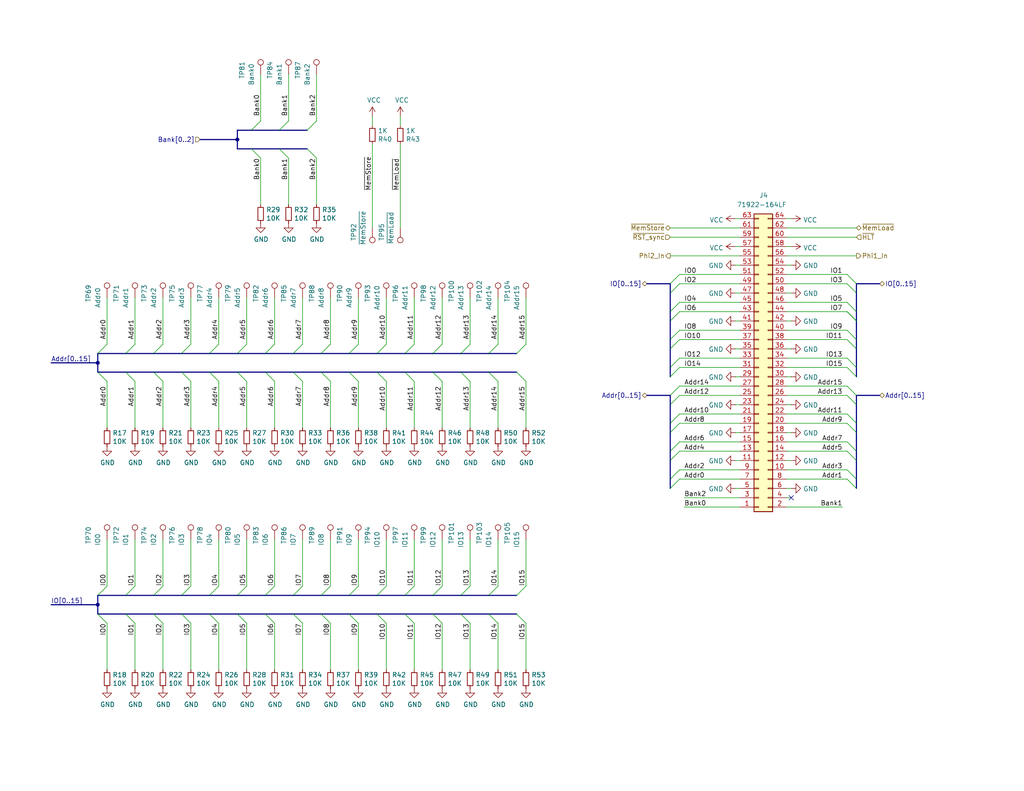
<source format=kicad_sch>
(kicad_sch (version 20250114) (generator "eeschema") (generator_version "9.0")
  (paper "USLetter")
  (title_block (title "System Bus Connector") (date "2025-07-01") (rev "A") (comment 4 "Peripheral devices on separate boards connect to the system bus here."))
  (junction (at 26.67 165.1))
  (junction (at 64.77 38.1))
  (junction (at 26.67 99.06))
  (no_connect (at 215.9 135.89))
  (bus_entry (at 86.36 43.18) (size -2.54 -2.54))
  (bus_entry (at 128.27 160.02) (size -2.54 2.54))
  (bus_entry (at 59.69 160.02) (size -2.54 2.54))
  (bus_entry (at 135.89 170.18) (size -2.54 -2.54))
  (bus_entry (at 185.42 97.79) (size -2.54 2.54))
  (bus_entry (at 231.14 74.93) (size 2.54 2.54))
  (bus_entry (at 71.12 43.18) (size -2.54 -2.54))
  (bus_entry (at 233.68 125.73) (size -2.54 -2.54))
  (bus_entry (at 185.42 105.41) (size -2.54 2.54))
  (bus_entry (at 78.74 33.02) (size -2.54 2.54))
  (bus_entry (at 90.17 93.98) (size -2.54 2.54))
  (bus_entry (at 233.68 115.57) (size -2.54 -2.54))
  (bus_entry (at 185.42 77.47) (size -2.54 2.54))
  (bus_entry (at 185.42 128.27) (size -2.54 2.54))
  (bus_entry (at 82.55 104.14) (size -2.54 -2.54))
  (bus_entry (at 82.55 93.98) (size -2.54 2.54))
  (bus_entry (at 135.89 93.98) (size -2.54 2.54))
  (bus_entry (at 105.41 160.02) (size -2.54 2.54))
  (bus_entry (at 52.07 170.18) (size -2.54 -2.54))
  (bus_entry (at 36.83 104.14) (size -2.54 -2.54))
  (bus_entry (at 90.17 160.02) (size -2.54 2.54))
  (bus_entry (at 29.21 104.14) (size -2.54 -2.54))
  (bus_entry (at 233.68 118.11) (size -2.54 -2.54))
  (bus_entry (at 97.79 104.14) (size -2.54 -2.54))
  (bus_entry (at 78.74 43.18) (size -2.54 -2.54))
  (bus_entry (at 113.03 160.02) (size -2.54 2.54))
  (bus_entry (at 135.89 104.14) (size -2.54 -2.54))
  (bus_entry (at 97.79 170.18) (size -2.54 -2.54))
  (bus_entry (at 231.14 85.09) (size 2.54 2.54))
  (bus_entry (at 52.07 104.14) (size -2.54 -2.54))
  (bus_entry (at 67.31 160.02) (size -2.54 2.54))
  (bus_entry (at 44.45 104.14) (size -2.54 -2.54))
  (bus_entry (at 44.45 93.98) (size -2.54 2.54))
  (bus_entry (at 67.31 93.98) (size -2.54 2.54))
  (bus_entry (at 97.79 93.98) (size -2.54 2.54))
  (bus_entry (at 29.21 93.98) (size -2.54 2.54))
  (bus_entry (at 113.03 170.18) (size -2.54 -2.54))
  (bus_entry (at 44.45 160.02) (size -2.54 2.54))
  (bus_entry (at 185.42 82.55) (size -2.54 2.54))
  (bus_entry (at 128.27 104.14) (size -2.54 -2.54))
  (bus_entry (at 29.21 160.02) (size -2.54 2.54))
  (bus_entry (at 71.12 33.02) (size -2.54 2.54))
  (bus_entry (at 233.68 130.81) (size -2.54 -2.54))
  (bus_entry (at 231.14 85.09) (size 2.54 2.54))
  (bus_entry (at 233.68 110.49) (size -2.54 -2.54))
  (bus_entry (at 36.83 160.02) (size -2.54 2.54))
  (bus_entry (at 231.14 97.79) (size 2.54 2.54))
  (bus_entry (at 185.42 130.81) (size -2.54 2.54))
  (bus_entry (at 74.93 93.98) (size -2.54 2.54))
  (bus_entry (at 185.42 107.95) (size -2.54 2.54))
  (bus_entry (at 143.51 160.02) (size -2.54 2.54))
  (bus_entry (at 59.69 104.14) (size -2.54 -2.54))
  (bus_entry (at 185.42 100.33) (size -2.54 2.54))
  (bus_entry (at 231.14 82.55) (size 2.54 2.54))
  (bus_entry (at 52.07 93.98) (size -2.54 2.54))
  (bus_entry (at 143.51 93.98) (size -2.54 2.54))
  (bus_entry (at 120.65 160.02) (size -2.54 2.54))
  (bus_entry (at 231.14 90.17) (size 2.54 2.54))
  (bus_entry (at 185.42 113.03) (size -2.54 2.54))
  (bus_entry (at 185.42 92.71) (size -2.54 2.54))
  (bus_entry (at 59.69 93.98) (size -2.54 2.54))
  (bus_entry (at 97.79 160.02) (size -2.54 2.54))
  (bus_entry (at 143.51 170.18) (size -2.54 -2.54))
  (bus_entry (at 185.42 120.65) (size -2.54 2.54))
  (bus_entry (at 74.93 104.14) (size -2.54 -2.54))
  (bus_entry (at 90.17 170.18) (size -2.54 -2.54))
  (bus_entry (at 86.36 33.02) (size -2.54 2.54))
  (bus_entry (at 105.41 104.14) (size -2.54 -2.54))
  (bus_entry (at 233.68 133.35) (size -2.54 -2.54))
  (bus_entry (at 82.55 170.18) (size -2.54 -2.54))
  (bus_entry (at 82.55 160.02) (size -2.54 2.54))
  (bus_entry (at 67.31 104.14) (size -2.54 -2.54))
  (bus_entry (at 128.27 170.18) (size -2.54 -2.54))
  (bus_entry (at 59.69 170.18) (size -2.54 -2.54))
  (bus_entry (at 120.65 104.14) (size -2.54 -2.54))
  (bus_entry (at 231.14 100.33) (size 2.54 2.54))
  (bus_entry (at 44.45 170.18) (size -2.54 -2.54))
  (bus_entry (at 233.68 107.95) (size -2.54 -2.54))
  (bus_entry (at 105.41 170.18) (size -2.54 -2.54))
  (bus_entry (at 185.42 90.17) (size -2.54 2.54))
  (bus_entry (at 231.14 77.47) (size 2.54 2.54))
  (bus_entry (at 185.42 123.19) (size -2.54 2.54))
  (bus_entry (at 185.42 115.57) (size -2.54 2.54))
  (bus_entry (at 231.14 92.71) (size 2.54 2.54))
  (bus_entry (at 135.89 160.02) (size -2.54 2.54))
  (bus_entry (at 233.68 123.19) (size -2.54 -2.54))
  (bus_entry (at 52.07 160.02) (size -2.54 2.54))
  (bus_entry (at 67.31 170.18) (size -2.54 -2.54))
  (bus_entry (at 74.93 160.02) (size -2.54 2.54))
  (bus_entry (at 113.03 104.14) (size -2.54 -2.54))
  (bus_entry (at 128.27 93.98) (size -2.54 2.54))
  (bus_entry (at 36.83 170.18) (size -2.54 -2.54))
  (bus_entry (at 90.17 104.14) (size -2.54 -2.54))
  (bus_entry (at 29.21 170.18) (size -2.54 -2.54))
  (bus_entry (at 185.42 85.09) (size -2.54 2.54))
  (bus_entry (at 120.65 93.98) (size -2.54 2.54))
  (bus_entry (at 105.41 93.98) (size -2.54 2.54))
  (bus_entry (at 36.83 93.98) (size -2.54 2.54))
  (bus_entry (at 113.03 93.98) (size -2.54 2.54))
  (bus_entry (at 185.42 74.93) (size -2.54 2.54))
  (bus_entry (at 143.51 104.14) (size -2.54 -2.54))
  (bus_entry (at 120.65 170.18) (size -2.54 -2.54))
  (bus_entry (at 74.93 170.18) (size -2.54 -2.54))
  (bus (pts (xy 102.87 167.64) (xy 110.49 167.64)))
  (bus (pts (xy 57.15 162.56) (xy 64.77 162.56)))
  (bus (pts (xy 110.49 101.6) (xy 118.11 101.6)))
  (wire (pts (xy 185.42 113.03) (xy 201.93 113.03)))
  (bus (pts (xy 233.68 125.73) (xy 233.68 130.81)))
  (wire (pts (xy 215.9 95.25) (xy 214.63 95.25)))
  (bus (pts (xy 182.88 80.01) (xy 182.88 85.09)))
  (wire (pts (xy 214.63 100.33) (xy 231.14 100.33)))
  (wire (pts (xy 113.03 93.98) (xy 113.03 81.28)))
  (wire (pts (xy 214.63 97.79) (xy 231.14 97.79)))
  (bus (pts (xy 182.88 92.71) (xy 182.88 95.25)))
  (wire (pts (xy 231.14 120.65) (xy 214.63 120.65)))
  (bus (pts (xy 54.61 38.1) (xy 64.77 38.1)))
  (wire (pts (xy 59.69 104.14) (xy 59.69 116.84)))
  (bus (pts (xy 26.67 167.64) (xy 34.29 167.64)))
  (wire (pts (xy 229.87 138.43) (xy 214.63 138.43)))
  (bus (pts (xy 87.63 167.64) (xy 95.25 167.64)))
  (bus (pts (xy 133.35 96.52) (xy 140.97 96.52)))
  (bus (pts (xy 68.58 35.56) (xy 64.77 35.56)))
  (wire (pts (xy 97.79 160.02) (xy 97.79 147.32)))
  (bus (pts (xy 182.88 115.57) (xy 182.88 118.11)))
  (bus (pts (xy 233.68 107.95) (xy 233.68 110.49)))
  (bus (pts (xy 64.77 96.52) (xy 72.39 96.52)))
  (wire (pts (xy 71.12 43.18) (xy 71.12 55.88)))
  (bus (pts (xy 26.67 101.6) (xy 26.67 99.06)))
  (wire (pts (xy 135.89 160.02) (xy 135.89 147.32)))
  (bus (pts (xy 118.11 101.6) (xy 125.73 101.6)))
  (wire (pts (xy 101.6 62.23) (xy 101.6 39.37)))
  (wire (pts (xy 185.42 77.47) (xy 201.93 77.47)))
  (wire (pts (xy 113.03 104.14) (xy 113.03 116.84)))
  (bus (pts (xy 233.68 130.81) (xy 233.68 133.35)))
  (bus (pts (xy 64.77 35.56) (xy 64.77 38.1)))
  (wire (pts (xy 233.68 69.85) (xy 214.63 69.85)))
  (wire (pts (xy 90.17 160.02) (xy 90.17 147.32)))
  (wire (pts (xy 200.66 59.69) (xy 201.93 59.69)))
  (bus (pts (xy 233.68 118.11) (xy 233.68 123.19)))
  (wire (pts (xy 97.79 170.18) (xy 97.79 182.88)))
  (bus (pts (xy 80.01 96.52) (xy 87.63 96.52)))
  (wire (pts (xy 82.55 160.02) (xy 82.55 147.32)))
  (bus (pts (xy 80.01 167.64) (xy 87.63 167.64)))
  (bus (pts (xy 182.88 130.81) (xy 182.88 133.35)))
  (wire (pts (xy 215.9 118.11) (xy 214.63 118.11)))
  (wire (pts (xy 90.17 93.98) (xy 90.17 81.28)))
  (wire (pts (xy 105.41 160.02) (xy 105.41 147.32)))
  (bus (pts (xy 64.77 38.1) (xy 64.77 40.64)))
  (bus (pts (xy 41.91 101.6) (xy 49.53 101.6)))
  (bus (pts (xy 41.91 96.52) (xy 49.53 96.52)))
  (bus (pts (xy 49.53 167.64) (xy 57.15 167.64)))
  (wire (pts (xy 185.42 115.57) (xy 201.93 115.57)))
  (bus (pts (xy 49.53 162.56) (xy 57.15 162.56)))
  (bus (pts (xy 240.03 107.95) (xy 233.68 107.95)))
  (wire (pts (xy 185.42 92.71) (xy 201.93 92.71)))
  (wire (pts (xy 128.27 160.02) (xy 128.27 147.32)))
  (wire (pts (xy 90.17 104.14) (xy 90.17 116.84)))
  (wire (pts (xy 200.66 125.73) (xy 201.93 125.73)))
  (bus (pts (xy 76.2 40.64) (xy 83.82 40.64)))
  (wire (pts (xy 200.66 110.49) (xy 201.93 110.49)))
  (wire (pts (xy 185.42 97.79) (xy 201.93 97.79)))
  (wire (pts (xy 185.42 82.55) (xy 201.93 82.55)))
  (bus (pts (xy 26.67 99.06) (xy 26.67 96.52)))
  (wire (pts (xy 185.42 74.93) (xy 201.93 74.93)))
  (bus (pts (xy 240.03 77.47) (xy 233.68 77.47)))
  (bus (pts (xy 182.88 87.63) (xy 182.88 92.71)))
  (wire (pts (xy 120.65 93.98) (xy 120.65 81.28)))
  (wire (pts (xy 29.21 160.02) (xy 29.21 147.32)))
  (bus (pts (xy 80.01 162.56) (xy 87.63 162.56)))
  (bus (pts (xy 233.68 92.71) (xy 233.68 95.25)))
  (wire (pts (xy 74.93 170.18) (xy 74.93 182.88)))
  (wire (pts (xy 29.21 170.18) (xy 29.21 182.88)))
  (bus (pts (xy 182.88 85.09) (xy 182.88 87.63)))
  (bus (pts (xy 182.88 125.73) (xy 182.88 130.81)))
  (bus (pts (xy 102.87 162.56) (xy 110.49 162.56)))
  (wire (pts (xy 97.79 104.14) (xy 97.79 116.84)))
  (wire (pts (xy 52.07 170.18) (xy 52.07 182.88)))
  (bus (pts (xy 176.53 107.95) (xy 182.88 107.95)))
  (bus (pts (xy 95.25 96.52) (xy 102.87 96.52)))
  (bus (pts (xy 57.15 96.52) (xy 64.77 96.52)))
  (bus (pts (xy 125.73 167.64) (xy 133.35 167.64)))
  (wire (pts (xy 44.45 160.02) (xy 44.45 147.32)))
  (wire (pts (xy 182.88 69.85) (xy 201.93 69.85)))
  (wire (pts (xy 128.27 104.14) (xy 128.27 116.84)))
  (wire (pts (xy 231.14 130.81) (xy 214.63 130.81)))
  (wire (pts (xy 201.93 120.65) (xy 185.42 120.65)))
  (wire (pts (xy 200.66 118.11) (xy 201.93 118.11)))
  (wire (pts (xy 44.45 170.18) (xy 44.45 182.88)))
  (wire (pts (xy 200.66 80.01) (xy 201.93 80.01)))
  (bus (pts (xy 64.77 162.56) (xy 72.39 162.56)))
  (bus (pts (xy 233.68 95.25) (xy 233.68 100.33)))
  (wire (pts (xy 67.31 160.02) (xy 67.31 147.32)))
  (wire (pts (xy 214.63 113.03) (xy 231.14 113.03)))
  (wire (pts (xy 52.07 160.02) (xy 52.07 147.32)))
  (wire (pts (xy 82.55 170.18) (xy 82.55 182.88)))
  (bus (pts (xy 118.11 167.64) (xy 125.73 167.64)))
  (bus (pts (xy 182.88 95.25) (xy 182.88 100.33)))
  (wire (pts (xy 143.51 160.02) (xy 143.51 147.32)))
  (bus (pts (xy 13.97 165.1) (xy 26.67 165.1)))
  (wire (pts (xy 215.9 102.87) (xy 214.63 102.87)))
  (bus (pts (xy 233.68 115.57) (xy 233.68 118.11)))
  (bus (pts (xy 57.15 167.64) (xy 64.77 167.64)))
  (wire (pts (xy 215.9 80.01) (xy 214.63 80.01)))
  (wire (pts (xy 214.63 123.19) (xy 231.14 123.19)))
  (wire (pts (xy 200.66 95.25) (xy 201.93 95.25)))
  (bus (pts (xy 26.67 96.52) (xy 34.29 96.52)))
  (bus (pts (xy 34.29 162.56) (xy 41.91 162.56)))
  (bus (pts (xy 233.68 110.49) (xy 233.68 115.57)))
  (bus (pts (xy 176.53 77.47) (xy 182.88 77.47)))
  (bus (pts (xy 125.73 96.52) (xy 133.35 96.52)))
  (wire (pts (xy 231.14 105.41) (xy 214.63 105.41)))
  (wire (pts (xy 113.03 170.18) (xy 113.03 182.88)))
  (wire (pts (xy 36.83 160.02) (xy 36.83 147.32)))
  (wire (pts (xy 185.42 105.41) (xy 201.93 105.41)))
  (wire (pts (xy 214.63 85.09) (xy 231.14 85.09)))
  (wire (pts (xy 200.66 133.35) (xy 201.93 133.35)))
  (bus (pts (xy 26.67 101.6) (xy 34.29 101.6)))
  (wire (pts (xy 231.14 128.27) (xy 214.63 128.27)))
  (bus (pts (xy 95.25 167.64) (xy 102.87 167.64)))
  (wire (pts (xy 214.63 90.17) (xy 231.14 90.17)))
  (wire (pts (xy 120.65 170.18) (xy 120.65 182.88)))
  (bus (pts (xy 182.88 107.95) (xy 182.88 110.49)))
  (bus (pts (xy 76.2 35.56) (xy 68.58 35.56)))
  (wire (pts (xy 231.14 107.95) (xy 214.63 107.95)))
  (wire (pts (xy 59.69 170.18) (xy 59.69 182.88)))
  (wire (pts (xy 185.42 90.17) (xy 201.93 90.17)))
  (wire (pts (xy 67.31 170.18) (xy 67.31 182.88)))
  (bus (pts (xy 72.39 96.52) (xy 80.01 96.52)))
  (bus (pts (xy 110.49 162.56) (xy 118.11 162.56)))
  (bus (pts (xy 110.49 167.64) (xy 118.11 167.64)))
  (wire (pts (xy 78.74 43.18) (xy 78.74 55.88)))
  (wire (pts (xy 214.63 59.69) (xy 215.9 59.69)))
  (bus (pts (xy 87.63 96.52) (xy 95.25 96.52)))
  (wire (pts (xy 231.14 74.93) (xy 214.63 74.93)))
  (wire (pts (xy 105.41 104.14) (xy 105.41 116.84)))
  (wire (pts (xy 82.55 104.14) (xy 82.55 116.84)))
  (wire (pts (xy 74.93 104.14) (xy 74.93 116.84)))
  (wire (pts (xy 200.66 67.31) (xy 201.93 67.31)))
  (wire (pts (xy 185.42 128.27) (xy 201.93 128.27)))
  (bus (pts (xy 49.53 96.52) (xy 57.15 96.52)))
  (bus (pts (xy 13.97 99.06) (xy 26.67 99.06)))
  (wire (pts (xy 182.88 62.23) (xy 201.93 62.23)))
  (bus (pts (xy 83.82 35.56) (xy 76.2 35.56)))
  (wire (pts (xy 215.9 67.31) (xy 214.63 67.31)))
  (bus (pts (xy 233.68 100.33) (xy 233.68 102.87)))
  (wire (pts (xy 36.83 170.18) (xy 36.83 182.88)))
  (wire (pts (xy 214.63 92.71) (xy 231.14 92.71)))
  (bus (pts (xy 34.29 167.64) (xy 41.91 167.64)))
  (wire (pts (xy 135.89 104.14) (xy 135.89 116.84)))
  (wire (pts (xy 143.51 104.14) (xy 143.51 116.84)))
  (bus (pts (xy 72.39 162.56) (xy 80.01 162.56)))
  (wire (pts (xy 200.66 87.63) (xy 201.93 87.63)))
  (wire (pts (xy 215.9 87.63) (xy 214.63 87.63)))
  (wire (pts (xy 59.69 160.02) (xy 59.69 147.32)))
  (bus (pts (xy 26.67 167.64) (xy 26.67 165.1)))
  (bus (pts (xy 118.11 96.52) (xy 125.73 96.52)))
  (wire (pts (xy 201.93 130.81) (xy 185.42 130.81)))
  (bus (pts (xy 233.68 77.47) (xy 233.68 80.01)))
  (wire (pts (xy 82.55 93.98) (xy 82.55 81.28)))
  (bus (pts (xy 118.11 162.56) (xy 125.73 162.56)))
  (bus (pts (xy 182.88 100.33) (xy 182.88 102.87)))
  (wire (pts (xy 71.12 33.02) (xy 71.12 20.32)))
  (wire (pts (xy 101.6 31.75) (xy 101.6 34.29)))
  (bus (pts (xy 133.35 167.64) (xy 140.97 167.64)))
  (wire (pts (xy 36.83 104.14) (xy 36.83 116.84)))
  (bus (pts (xy 34.29 101.6) (xy 41.91 101.6)))
  (wire (pts (xy 97.79 93.98) (xy 97.79 81.28)))
  (wire (pts (xy 143.51 93.98) (xy 143.51 81.28)))
  (bus (pts (xy 72.39 101.6) (xy 80.01 101.6)))
  (wire (pts (xy 128.27 170.18) (xy 128.27 182.88)))
  (wire (pts (xy 128.27 93.98) (xy 128.27 81.28)))
  (bus (pts (xy 34.29 96.52) (xy 41.91 96.52)))
  (wire (pts (xy 109.22 31.75) (xy 109.22 34.29)))
  (wire (pts (xy 201.93 64.77) (xy 182.88 64.77)))
  (bus (pts (xy 102.87 96.52) (xy 110.49 96.52)))
  (wire (pts (xy 215.9 135.89) (xy 214.63 135.89)))
  (wire (pts (xy 113.03 160.02) (xy 113.03 147.32)))
  (bus (pts (xy 64.77 101.6) (xy 72.39 101.6)))
  (bus (pts (xy 182.88 110.49) (xy 182.88 115.57)))
  (bus (pts (xy 87.63 101.6) (xy 95.25 101.6)))
  (bus (pts (xy 133.35 162.56) (xy 140.97 162.56)))
  (wire (pts (xy 67.31 104.14) (xy 67.31 116.84)))
  (wire (pts (xy 120.65 160.02) (xy 120.65 147.32)))
  (wire (pts (xy 233.68 62.23) (xy 214.63 62.23)))
  (bus (pts (xy 125.73 101.6) (xy 133.35 101.6)))
  (wire (pts (xy 44.45 93.98) (xy 44.45 81.28)))
  (wire (pts (xy 215.9 125.73) (xy 214.63 125.73)))
  (bus (pts (xy 110.49 96.52) (xy 118.11 96.52)))
  (wire (pts (xy 200.66 102.87) (xy 201.93 102.87)))
  (wire (pts (xy 185.42 123.19) (xy 201.93 123.19)))
  (bus (pts (xy 41.91 167.64) (xy 49.53 167.64)))
  (wire (pts (xy 201.93 107.95) (xy 185.42 107.95)))
  (bus (pts (xy 233.68 87.63) (xy 233.68 92.71)))
  (bus (pts (xy 49.53 101.6) (xy 57.15 101.6)))
  (bus (pts (xy 72.39 167.64) (xy 80.01 167.64)))
  (bus (pts (xy 57.15 101.6) (xy 64.77 101.6)))
  (wire (pts (xy 74.93 93.98) (xy 74.93 81.28)))
  (bus (pts (xy 233.68 85.09) (xy 233.68 87.63)))
  (bus (pts (xy 233.68 80.01) (xy 233.68 85.09)))
  (bus (pts (xy 26.67 165.1) (xy 26.67 162.56)))
  (wire (pts (xy 86.36 43.18) (xy 86.36 55.88)))
  (wire (pts (xy 231.14 115.57) (xy 214.63 115.57)))
  (bus (pts (xy 102.87 101.6) (xy 110.49 101.6)))
  (bus (pts (xy 64.77 167.64) (xy 72.39 167.64)))
  (wire (pts (xy 135.89 170.18) (xy 135.89 182.88)))
  (bus (pts (xy 133.35 101.6) (xy 140.97 101.6)))
  (bus (pts (xy 80.01 101.6) (xy 87.63 101.6)))
  (wire (pts (xy 143.51 170.18) (xy 143.51 182.88)))
  (bus (pts (xy 95.25 101.6) (xy 102.87 101.6)))
  (wire (pts (xy 36.83 93.98) (xy 36.83 81.28)))
  (wire (pts (xy 215.9 72.39) (xy 214.63 72.39)))
  (wire (pts (xy 185.42 100.33) (xy 201.93 100.33)))
  (wire (pts (xy 214.63 82.55) (xy 231.14 82.55)))
  (wire (pts (xy 44.45 104.14) (xy 44.45 116.84)))
  (bus (pts (xy 41.91 162.56) (xy 49.53 162.56)))
  (wire (pts (xy 109.22 62.23) (xy 109.22 39.37)))
  (wire (pts (xy 231.14 77.47) (xy 214.63 77.47)))
  (wire (pts (xy 105.41 93.98) (xy 105.41 81.28)))
  (wire (pts (xy 120.65 104.14) (xy 120.65 116.84)))
  (wire (pts (xy 135.89 93.98) (xy 135.89 81.28)))
  (wire (pts (xy 67.31 93.98) (xy 67.31 81.28)))
  (bus (pts (xy 26.67 162.56) (xy 34.29 162.56)))
  (wire (pts (xy 29.21 93.98) (xy 29.21 81.28)))
  (wire (pts (xy 52.07 93.98) (xy 52.07 81.28)))
  (wire (pts (xy 233.68 64.77) (xy 214.63 64.77)))
  (wire (pts (xy 105.41 170.18) (xy 105.41 182.88)))
  (bus (pts (xy 182.88 118.11) (xy 182.88 123.19)))
  (wire (pts (xy 86.36 33.02) (xy 86.36 20.32)))
  (wire (pts (xy 185.42 85.09) (xy 201.93 85.09)))
  (wire (pts (xy 90.17 170.18) (xy 90.17 182.88)))
  (bus (pts (xy 95.25 162.56) (xy 102.87 162.56)))
  (bus (pts (xy 87.63 162.56) (xy 95.25 162.56)))
  (bus (pts (xy 68.58 40.64) (xy 76.2 40.64)))
  (bus (pts (xy 125.73 162.56) (xy 133.35 162.56)))
  (wire (pts (xy 52.07 104.14) (xy 52.07 116.84)))
  (wire (pts (xy 215.9 133.35) (xy 214.63 133.35)))
  (wire (pts (xy 29.21 104.14) (xy 29.21 116.84)))
  (wire (pts (xy 215.9 110.49) (xy 214.63 110.49)))
  (wire (pts (xy 78.74 33.02) (xy 78.74 20.32)))
  (wire (pts (xy 186.69 135.89) (xy 201.93 135.89)))
  (wire (pts (xy 59.69 93.98) (xy 59.69 81.28)))
  (bus (pts (xy 182.88 77.47) (xy 182.88 80.01)))
  (bus (pts (xy 182.88 123.19) (xy 182.88 125.73)))
  (bus (pts (xy 233.68 123.19) (xy 233.68 125.73)))
  (wire (pts (xy 200.66 72.39) (xy 201.93 72.39)))
  (wire (pts (xy 74.93 160.02) (xy 74.93 147.32)))
  (bus (pts (xy 64.77 40.64) (xy 68.58 40.64)))
  (wire (pts (xy 186.69 138.43) (xy 201.93 138.43)))
  (label "Addr8" (at 90.17 92.71 90))
  (label "Addr0" (at 29.21 105.41 270))
  (label "Bank0" (at 186.69 138.43 0))
  (label "IO5" (at 67.31 170.18 270))
  (label "Addr10" (at 105.41 105.41 270))
  (label "Addr13" (at 128.27 92.71 90))
  (label "IO11" (at 113.03 160.02 90))
  (label "Bank1" (at 229.87 138.43 180))
  (label "IO0" (at 29.21 170.18 270))
  (label "Addr13" (at 229.87 107.95 180))
  (label "Addr15" (at 143.51 92.71 90))
  (label "IO9" (at 97.79 170.18 270))
  (label "Addr15" (at 143.51 105.41 270))
  (label "Bank0" (at 71.12 43.18 270))
  (label "Bank2" (at 86.36 31.75 90))
  (label "Addr2" (at 44.45 105.41 270))
  (label "Addr5" (at 67.31 105.41 270))
  (label "IO1" (at 36.83 160.02 90))
  (label "Addr13" (at 128.27 105.41 270))
  (label "Addr7" (at 82.55 92.71 90))
  (label "Addr3" (at 52.07 92.71 90))
  (label "Addr10" (at 105.41 92.71 90))
  (label "Addr11" (at 113.03 105.41 270))
  (label "Addr6" (at 74.93 92.71 90))
  (label "IO8" (at 90.17 170.18 270))
  (label "Addr4" (at 186.69 123.19 0))
  (label "IO10" (at 186.69 92.71 0))
  (label "IO6" (at 186.69 85.09 0))
  (label "IO15" (at 143.51 170.18 270))
  (label "IO6" (at 74.93 170.18 270))
  (label "Addr4" (at 59.69 105.41 270))
  (label "Bank2" (at 186.69 135.89 0))
  (label "IO7" (at 82.55 160.02 90))
  (label "Addr14" (at 135.89 105.41 270))
  (label "Addr8" (at 186.69 115.57 0))
  (label "Addr7" (at 229.87 120.65 180))
  (label "IO7" (at 229.87 85.09 180))
  (label "Addr3" (at 52.07 105.41 270))
  (label "Addr7" (at 82.55 105.41 270))
  (label "Addr1" (at 229.87 130.81 180))
  (label "Addr6" (at 74.93 105.41 270))
  (label "IO7" (at 82.55 170.18 270))
  (label "Addr5" (at 229.87 123.19 180))
  (label "IO1" (at 36.83 170.18 270))
  (label "IO0" (at 186.69 74.93 0))
  (label "IO0" (at 29.21 160.02 90))
  (label "Addr15" (at 229.87 105.41 180))
  (label "~{MemStore}" (at 101.6 52.07 90))
  (label "Addr14" (at 186.69 105.41 0))
  (label "Addr9" (at 229.87 115.57 180))
  (label "IO13" (at 128.27 170.18 270))
  (label "IO11" (at 113.03 170.18 270))
  (label "IO5" (at 229.87 82.55 180))
  (label "Addr9" (at 97.79 105.41 270))
  (label "Addr5" (at 67.31 92.71 90))
  (label "IO6" (at 74.93 160.02 90))
  (label "IO9" (at 97.79 160.02 90))
  (label "IO4" (at 59.69 160.02 90))
  (label "IO15" (at 229.87 100.33 180))
  (label "Addr12" (at 186.69 107.95 0))
  (label "IO12" (at 120.65 160.02 90))
  (label "Addr0" (at 186.69 130.81 0))
  (label "IO2" (at 186.69 77.47 0))
  (label "IO9" (at 229.87 90.17 180))
  (label "IO14" (at 135.89 160.02 90))
  (label "IO11" (at 229.87 92.71 180))
  (label "Bank1" (at 78.74 43.18 270))
  (label "Addr2" (at 44.45 92.71 90))
  (label "IO2" (at 44.45 160.02 90))
  (label "IO10" (at 105.41 170.18 270))
  (label "Addr8" (at 90.17 105.41 270))
  (label "Addr6" (at 186.69 120.65 0))
  (label "IO3" (at 52.07 160.02 90))
  (label "Addr12" (at 120.65 92.71 90))
  (label "IO13" (at 229.87 97.79 180))
  (label "Addr4" (at 59.69 92.71 90))
  (label "Addr11" (at 113.03 92.71 90))
  (label "IO10" (at 105.41 160.02 90))
  (label "IO4" (at 186.69 82.55 0))
  (label "IO3" (at 229.87 77.47 180))
  (label "IO8" (at 186.69 90.17 0))
  (label "Addr14" (at 135.89 92.71 90))
  (label "~{MemLoad}" (at 109.22 52.07 90))
  (label "IO14" (at 186.69 100.33 0))
  (label "Bank2" (at 86.36 43.18 270))
  (label "Addr12" (at 120.65 105.41 270))
  (label "Addr[0..15]" (at 13.97 99.06 0))
  (label "IO15" (at 143.51 160.02 90))
  (label "Addr0" (at 29.21 92.71 90))
  (label "IO4" (at 59.69 170.18 270))
  (label "Addr10" (at 186.69 113.03 0))
  (label "IO2" (at 44.45 170.18 270))
  (label "IO8" (at 90.17 160.02 90))
  (label "Bank0" (at 71.12 31.75 90))
  (label "IO14" (at 135.89 170.18 270))
  (label "Addr3" (at 229.87 128.27 180))
  (label "IO12" (at 120.65 170.18 270))
  (label "IO5" (at 67.31 160.02 90))
  (label "IO[0..15]" (at 13.97 165.1 0))
  (label "Addr1" (at 36.83 92.71 90))
  (label "IO3" (at 52.07 170.18 270))
  (label "IO12" (at 186.69 97.79 0))
  (label "Bank1" (at 78.74 31.75 90))
  (label "Addr2" (at 186.69 128.27 0))
  (label "Addr1" (at 36.83 105.41 270))
  (label "Addr11" (at 229.87 113.03 180))
  (label "Addr9" (at 97.79 92.71 90))
  (label "IO1" (at 229.87 74.93 180))
  (label "IO13" (at 128.27 160.02 90))
  (hierarchical_label "~{MemStore}" (shape tri_state) (at 182.88 62.23 180))
  (hierarchical_label "Bank[0..2]" (shape input) (at 54.61 38.1 180))
  (hierarchical_label "~{RST_sync}" (shape input) (at 182.88 64.77 180))
  (hierarchical_label "~{HLT}" (shape input) (at 233.68 64.77 0))
  (hierarchical_label "IO[0..15]" (shape tri_state) (at 240.03 77.47 0))
  (hierarchical_label "Addr[0..15]" (shape tri_state) (at 176.53 107.95 180))
  (hierarchical_label "~{MemLoad}" (shape tri_state) (at 233.68 62.23 0))
  (hierarchical_label "IO[0..15]" (shape tri_state) (at 176.53 77.47 180))
  (hierarchical_label "Addr[0..15]" (shape tri_state) (at 240.03 107.95 0))
  (hierarchical_label "Phi1_In" (shape output) (at 233.68 69.85 0))
  (hierarchical_label "Phi2_In" (shape output) (at 182.88 69.85 180))
  (symbol (lib_id "Connector_Generic:Conn_02x32_Odd_Even") (at 207.01 100.33 0) (mirror x) (unit 1)
    (property "Reference" "J4" (at 209.55 53.34 0) (effects (justify right)))
    (property "Value" "71922-164LF" (at 214.63 55.88 0) (effects (justify right)))
    (property "Footprint" "Connector_IDC:IDC-Header_2x32_P2.54mm_Horizontal" (effects (hide yes)))
    (property "Datasheet" "https://cdn.amphenol-cs.com/media/wysiwyg/files/documentation/datasheet/boardwiretoboard/bwb_quickie.pdf" (effects (hide yes)))
    (property "Manufacturer" "Amphenol FCI" (effects (hide yes)))
    (property "Manufacturer#" "71922-164LF" (effects (hide yes)))
    (property "Mouser#" "649-71922-164LF" (effects (hide yes)))
    (property "Digikey#" "609-5971-ND" (effects (hide yes)))
  )
  (symbol (lib_id "power:GND") (at 215.9 133.35 90) (mirror x) (unit 1)
    (property "Reference" "#PWR0445" (effects (hide yes)))
    (property "Value" "GND" (at 219.1512 133.477 90) (effects (justify right)))
    (property "Description" "Power symbol creates a global label with name \"GND\" , ground" (effects (hide yes)))
  )
  (symbol (lib_id "power:GND") (at 215.9 80.01 90) (mirror x) (unit 1)
    (property "Reference" "#PWR0438" (effects (hide yes)))
    (property "Value" "GND" (at 219.1512 80.137 90) (effects (justify right)))
    (property "Description" "Power symbol creates a global label with name \"GND\" , ground" (effects (hide yes)))
  )
  (symbol (lib_id "power:GND") (at 200.66 80.01 270) (unit 1)
    (property "Reference" "#PWR0427" (effects (hide yes)))
    (property "Value" "GND" (at 197.4088 80.137 90) (effects (justify right)))
    (property "Description" "Power symbol creates a global label with name \"GND\" , ground" (effects (hide yes)))
  )
  (symbol (lib_id "power:VCC") (at 215.9 59.69 270) (unit 1)
    (property "Reference" "#PWR0435" (effects (hide yes)))
    (property "Value" "VCC" (at 219.1512 60.071 90) (effects (justify left)))
    (property "Description" "Power symbol creates a global label with name \"VCC\"" (effects (hide yes)))
  )
  (symbol (lib_id "power:VCC") (at 200.66 59.69 90) (mirror x) (unit 1)
    (property "Reference" "#PWR0424" (effects (hide yes)))
    (property "Value" "VCC" (at 197.4342 60.071 90) (effects (justify left)))
    (property "Description" "Power symbol creates a global label with name \"VCC\"" (effects (hide yes)))
  )
  (symbol (lib_id "power:GND") (at 71.12 60.96 0) (unit 1)
    (property "Reference" "#PWR0399" (effects (hide yes)))
    (property "Value" "GND" (at 71.247 65.3542 0))
    (property "Description" "Power symbol creates a global label with name \"GND\" , ground" (effects (hide yes)))
  )
  (symbol (lib_id "power:GND") (at 78.74 60.96 0) (unit 1)
    (property "Reference" "#PWR0402" (effects (hide yes)))
    (property "Value" "GND" (at 78.867 65.3542 0))
    (property "Description" "Power symbol creates a global label with name \"GND\" , ground" (effects (hide yes)))
  )
  (symbol (lib_id "power:GND") (at 86.36 60.96 0) (unit 1)
    (property "Reference" "#PWR0405" (effects (hide yes)))
    (property "Value" "GND" (at 86.487 65.3542 0))
    (property "Description" "Power symbol creates a global label with name \"GND\" , ground" (effects (hide yes)))
  )
  (symbol (lib_id "Device:R_Small") (at 71.12 58.42 0) (unit 1)
    (property "Reference" "R29" (at 72.6186 57.2516 0) (effects (justify left)))
    (property "Value" "10K" (at 72.6186 59.563 0) (effects (justify left)))
    (property "Footprint" "Resistor_SMD:R_0603_1608Metric" (effects (hide yes)))
    (property "Datasheet" "https://www.mouser.com/datasheet/2/54/cr-1858361.pdf" (effects (hide yes)))
    (property "Manufacturer" "Bourns" (effects (hide yes)))
    (property "Manufacturer#" "CR0603-FX-1002ELF" (effects (hide yes)))
    (property "Mouser#" "652-CR0603FX-1002ELF" (effects (hide yes)))
    (property "Digikey#" "CR0603-FX-1002ELFCT-N" (effects (hide yes)))
  )
  (symbol (lib_id "Device:R_Small") (at 78.74 58.42 0) (unit 1)
    (property "Reference" "R32" (at 80.2386 57.2516 0) (effects (justify left)))
    (property "Value" "10K" (at 80.2386 59.563 0) (effects (justify left)))
    (property "Footprint" "Resistor_SMD:R_0603_1608Metric" (effects (hide yes)))
    (property "Datasheet" "https://www.mouser.com/datasheet/2/54/cr-1858361.pdf" (effects (hide yes)))
    (property "Manufacturer" "Bourns" (effects (hide yes)))
    (property "Manufacturer#" "CR0603-FX-1002ELF" (effects (hide yes)))
    (property "Mouser#" "652-CR0603FX-1002ELF" (effects (hide yes)))
    (property "Digikey#" "CR0603-FX-1002ELFCT-N" (effects (hide yes)))
  )
  (symbol (lib_id "Device:R_Small") (at 86.36 58.42 0) (unit 1)
    (property "Reference" "R35" (at 87.8586 57.2516 0) (effects (justify left)))
    (property "Value" "10K" (at 87.8586 59.563 0) (effects (justify left)))
    (property "Footprint" "Resistor_SMD:R_0603_1608Metric" (effects (hide yes)))
    (property "Datasheet" "https://www.mouser.com/datasheet/2/54/cr-1858361.pdf" (effects (hide yes)))
    (property "Manufacturer" "Bourns" (effects (hide yes)))
    (property "Manufacturer#" "CR0603-FX-1002ELF" (effects (hide yes)))
    (property "Mouser#" "652-CR0603FX-1002ELF" (effects (hide yes)))
    (property "Digikey#" "CR0603-FX-1002ELFCT-N" (effects (hide yes)))
  )
  (symbol (lib_id "power:GND") (at 200.66 118.11 270) (unit 1)
    (property "Reference" "#PWR0432" (effects (hide yes)))
    (property "Value" "GND" (at 197.4088 118.237 90) (effects (justify right)))
    (property "Description" "Power symbol creates a global label with name \"GND\" , ground" (effects (hide yes)))
  )
  (symbol (lib_id "power:GND") (at 200.66 133.35 270) (unit 1)
    (property "Reference" "#PWR0434" (effects (hide yes)))
    (property "Value" "GND" (at 197.4088 133.477 90) (effects (justify right)))
    (property "Description" "Power symbol creates a global label with name \"GND\" , ground" (effects (hide yes)))
  )
  (symbol (lib_id "power:GND") (at 200.66 110.49 270) (unit 1)
    (property "Reference" "#PWR0431" (effects (hide yes)))
    (property "Value" "GND" (at 197.4088 110.617 90) (effects (justify right)))
    (property "Description" "Power symbol creates a global label with name \"GND\" , ground" (effects (hide yes)))
  )
  (symbol (lib_id "power:GND") (at 215.9 87.63 90) (mirror x) (unit 1)
    (property "Reference" "#PWR0439" (effects (hide yes)))
    (property "Value" "GND" (at 219.1512 87.757 90) (effects (justify right)))
    (property "Description" "Power symbol creates a global label with name \"GND\" , ground" (effects (hide yes)))
  )
  (symbol (lib_id "power:GND") (at 200.66 87.63 270) (unit 1)
    (property "Reference" "#PWR0428" (effects (hide yes)))
    (property "Value" "GND" (at 197.4088 87.757 90) (effects (justify right)))
    (property "Description" "Power symbol creates a global label with name \"GND\" , ground" (effects (hide yes)))
  )
  (symbol (lib_id "power:GND") (at 200.66 125.73 270) (unit 1)
    (property "Reference" "#PWR0433" (effects (hide yes)))
    (property "Value" "GND" (at 197.4088 125.857 90) (effects (justify right)))
    (property "Description" "Power symbol creates a global label with name \"GND\" , ground" (effects (hide yes)))
  )
  (symbol (lib_id "power:GND") (at 215.9 110.49 90) (mirror x) (unit 1)
    (property "Reference" "#PWR0442" (effects (hide yes)))
    (property "Value" "GND" (at 219.1512 110.617 90) (effects (justify right)))
    (property "Description" "Power symbol creates a global label with name \"GND\" , ground" (effects (hide yes)))
  )
  (symbol (lib_id "power:GND") (at 215.9 118.11 90) (mirror x) (unit 1)
    (property "Reference" "#PWR0443" (effects (hide yes)))
    (property "Value" "GND" (at 219.1512 118.237 90) (effects (justify right)))
    (property "Description" "Power symbol creates a global label with name \"GND\" , ground" (effects (hide yes)))
  )
  (symbol (lib_id "power:GND") (at 215.9 125.73 90) (mirror x) (unit 1)
    (property "Reference" "#PWR0444" (effects (hide yes)))
    (property "Value" "GND" (at 219.1512 125.857 90) (effects (justify right)))
    (property "Description" "Power symbol creates a global label with name \"GND\" , ground" (effects (hide yes)))
  )
  (symbol (lib_id "power:GND") (at 200.66 72.39 270) (unit 1)
    (property "Reference" "#PWR0426" (effects (hide yes)))
    (property "Value" "GND" (at 197.4088 72.517 90) (effects (justify right)))
    (property "Description" "Power symbol creates a global label with name \"GND\" , ground" (effects (hide yes)))
  )
  (symbol (lib_id "power:GND") (at 215.9 72.39 90) (mirror x) (unit 1)
    (property "Reference" "#PWR0437" (effects (hide yes)))
    (property "Value" "GND" (at 219.1512 72.517 90) (effects (justify right)))
    (property "Description" "Power symbol creates a global label with name \"GND\" , ground" (effects (hide yes)))
  )
  (symbol (lib_id "power:GND") (at 200.66 95.25 270) (unit 1)
    (property "Reference" "#PWR0429" (effects (hide yes)))
    (property "Value" "GND" (at 197.4088 95.377 90) (effects (justify right)))
    (property "Description" "Power symbol creates a global label with name \"GND\" , ground" (effects (hide yes)))
  )
  (symbol (lib_id "power:GND") (at 200.66 102.87 270) (unit 1)
    (property "Reference" "#PWR0430" (effects (hide yes)))
    (property "Value" "GND" (at 197.4088 102.997 90) (effects (justify right)))
    (property "Description" "Power symbol creates a global label with name \"GND\" , ground" (effects (hide yes)))
  )
  (symbol (lib_id "power:GND") (at 215.9 95.25 90) (mirror x) (unit 1)
    (property "Reference" "#PWR0440" (effects (hide yes)))
    (property "Value" "GND" (at 219.1512 95.377 90) (effects (justify right)))
    (property "Description" "Power symbol creates a global label with name \"GND\" , ground" (effects (hide yes)))
  )
  (symbol (lib_id "power:GND") (at 215.9 102.87 90) (mirror x) (unit 1)
    (property "Reference" "#PWR0441" (effects (hide yes)))
    (property "Value" "GND" (at 219.1512 102.997 90) (effects (justify right)))
    (property "Description" "Power symbol creates a global label with name \"GND\" , ground" (effects (hide yes)))
  )
  (symbol (lib_id "power:GND") (at 36.83 187.96 0) (unit 1)
    (property "Reference" "#PWR0390" (effects (hide yes)))
    (property "Value" "GND" (at 36.957 192.3542 0))
    (property "Description" "Power symbol creates a global label with name \"GND\" , ground" (effects (hide yes)))
  )
  (symbol (lib_id "Device:R_Small") (at 44.45 119.38 0) (unit 1)
    (property "Reference" "R21" (at 45.9486 118.2116 0) (effects (justify left)))
    (property "Value" "10K" (at 45.9486 120.523 0) (effects (justify left)))
    (property "Footprint" "Resistor_SMD:R_0603_1608Metric" (effects (hide yes)))
    (property "Datasheet" "https://www.mouser.com/datasheet/2/54/cr-1858361.pdf" (effects (hide yes)))
    (property "Manufacturer" "Bourns" (effects (hide yes)))
    (property "Manufacturer#" "CR0603-FX-1002ELF" (effects (hide yes)))
    (property "Mouser#" "652-CR0603FX-1002ELF" (effects (hide yes)))
    (property "Digikey#" "CR0603-FX-1002ELFCT-N" (effects (hide yes)))
  )
  (symbol (lib_id "Connector:TestPoint") (at 135.89 81.28 0) (unit 1) (in_bom no)
    (property "Reference" "TP102" (at 130.81 82.55 90) (effects (justify left)))
    (property "Value" "Addr14" (at 133.35 81.28 90))
    (property "Footprint" "TestPoint:TestPoint_Pad_D1.0mm" (effects (hide yes)))
  )
  (symbol (lib_id "Device:R_Small") (at 113.03 185.42 0) (unit 1)
    (property "Reference" "R45" (at 114.5286 184.2516 0) (effects (justify left)))
    (property "Value" "10K" (at 114.5286 186.563 0) (effects (justify left)))
    (property "Footprint" "Resistor_SMD:R_0603_1608Metric" (effects (hide yes)))
    (property "Datasheet" "https://www.mouser.com/datasheet/2/54/cr-1858361.pdf" (effects (hide yes)))
    (property "Manufacturer" "Bourns" (effects (hide yes)))
    (property "Manufacturer#" "CR0603-FX-1002ELF" (effects (hide yes)))
    (property "Mouser#" "652-CR0603FX-1002ELF" (effects (hide yes)))
    (property "Digikey#" "CR0603-FX-1002ELFCT-N" (effects (hide yes)))
  )
  (symbol (lib_id "power:GND") (at 97.79 187.96 0) (unit 1)
    (property "Reference" "#PWR0409" (effects (hide yes)))
    (property "Value" "GND" (at 97.917 192.3542 0))
    (property "Description" "Power symbol creates a global label with name \"GND\" , ground" (effects (hide yes)))
  )
  (symbol (lib_id "Connector:TestPoint") (at 74.93 147.32 0) (unit 1) (in_bom no)
    (property "Reference" "TP83" (at 69.85 148.59 90) (effects (justify left)))
    (property "Value" "IO6" (at 72.39 147.32 90))
    (property "Footprint" "TestPoint:TestPoint_Pad_D1.0mm" (effects (hide yes)))
  )
  (symbol (lib_id "Connector:TestPoint") (at 52.07 147.32 0) (unit 1) (in_bom no)
    (property "Reference" "TP76" (at 46.99 148.59 90) (effects (justify left)))
    (property "Value" "IO3" (at 49.53 147.32 90))
    (property "Footprint" "TestPoint:TestPoint_Pad_D1.0mm" (effects (hide yes)))
  )
  (symbol (lib_id "power:GND") (at 120.65 187.96 0) (unit 1)
    (property "Reference" "#PWR0417" (effects (hide yes)))
    (property "Value" "GND" (at 120.777 192.3542 0))
    (property "Description" "Power symbol creates a global label with name \"GND\" , ground" (effects (hide yes)))
  )
  (symbol (lib_id "Device:R_Small") (at 59.69 185.42 0) (unit 1)
    (property "Reference" "R26" (at 61.1886 184.2516 0) (effects (justify left)))
    (property "Value" "10K" (at 61.1886 186.563 0) (effects (justify left)))
    (property "Footprint" "Resistor_SMD:R_0603_1608Metric" (effects (hide yes)))
    (property "Datasheet" "https://www.mouser.com/datasheet/2/54/cr-1858361.pdf" (effects (hide yes)))
    (property "Manufacturer" "Bourns" (effects (hide yes)))
    (property "Manufacturer#" "CR0603-FX-1002ELF" (effects (hide yes)))
    (property "Mouser#" "652-CR0603FX-1002ELF" (effects (hide yes)))
    (property "Digikey#" "CR0603-FX-1002ELFCT-N" (effects (hide yes)))
  )
  (symbol (lib_id "Connector:TestPoint") (at 128.27 81.28 0) (unit 1) (in_bom no)
    (property "Reference" "TP100" (at 123.19 82.55 90) (effects (justify left)))
    (property "Value" "Addr13" (at 125.73 81.28 90))
    (property "Footprint" "TestPoint:TestPoint_Pad_D1.0mm" (effects (hide yes)))
  )
  (symbol (lib_id "Connector:TestPoint") (at 113.03 147.32 0) (unit 1) (in_bom no)
    (property "Reference" "TP97" (at 107.95 148.59 90) (effects (justify left)))
    (property "Value" "IO11" (at 110.49 147.32 90))
    (property "Footprint" "TestPoint:TestPoint_Pad_D1.0mm" (effects (hide yes)))
  )
  (symbol (lib_id "Connector:TestPoint") (at 101.6 62.23 0) (mirror x) (unit 1) (in_bom no)
    (property "Reference" "TP92" (at 96.52 60.96 90) (effects (justify left)))
    (property "Value" "~{MemStore}" (at 99.06 62.23 90))
    (property "Footprint" "TestPoint:TestPoint_Pad_D1.0mm" (effects (hide yes)))
  )
  (symbol (lib_id "power:GND") (at 105.41 121.92 0) (unit 1)
    (property "Reference" "#PWR0411" (effects (hide yes)))
    (property "Value" "GND" (at 105.537 126.3142 0))
    (property "Description" "Power symbol creates a global label with name \"GND\" , ground" (effects (hide yes)))
  )
  (symbol (lib_id "power:GND") (at 82.55 187.96 0) (unit 1)
    (property "Reference" "#PWR0404" (effects (hide yes)))
    (property "Value" "GND" (at 82.677 192.3542 0))
    (property "Description" "Power symbol creates a global label with name \"GND\" , ground" (effects (hide yes)))
  )
  (symbol (lib_id "power:GND") (at 29.21 187.96 0) (unit 1)
    (property "Reference" "#PWR0388" (effects (hide yes)))
    (property "Value" "GND" (at 29.337 192.3542 0))
    (property "Description" "Power symbol creates a global label with name \"GND\" , ground" (effects (hide yes)))
  )
  (symbol (lib_id "power:VCC") (at 109.22 31.75 0) (unit 1)
    (property "Reference" "#PWR0413" (effects (hide yes)))
    (property "Value" "VCC" (at 109.6518 27.3558 0))
    (property "Description" "Power symbol creates a global label with name \"VCC\"" (effects (hide yes)))
  )
  (symbol (lib_id "Connector:TestPoint") (at 97.79 81.28 0) (unit 1) (in_bom no)
    (property "Reference" "TP90" (at 92.71 82.55 90) (effects (justify left)))
    (property "Value" "Addr9" (at 95.25 81.28 90))
    (property "Footprint" "TestPoint:TestPoint_Pad_D1.0mm" (effects (hide yes)))
  )
  (symbol (lib_id "power:GND") (at 67.31 121.92 0) (unit 1)
    (property "Reference" "#PWR0397" (effects (hide yes)))
    (property "Value" "GND" (at 67.437 126.3142 0))
    (property "Description" "Power symbol creates a global label with name \"GND\" , ground" (effects (hide yes)))
  )
  (symbol (lib_id "Connector:TestPoint") (at 78.74 20.32 0) (unit 1) (in_bom no)
    (property "Reference" "TP84" (at 73.66 21.59 90) (effects (justify left)))
    (property "Value" "Bank1" (at 76.2 20.32 90))
    (property "Footprint" "TestPoint:TestPoint_Pad_D1.0mm" (effects (hide yes)))
  )
  (symbol (lib_id "Connector:TestPoint") (at 120.65 147.32 0) (unit 1) (in_bom no)
    (property "Reference" "TP99" (at 115.57 148.59 90) (effects (justify left)))
    (property "Value" "IO12" (at 118.11 147.32 90))
    (property "Footprint" "TestPoint:TestPoint_Pad_D1.0mm" (effects (hide yes)))
  )
  (symbol (lib_id "Connector:TestPoint") (at 59.69 81.28 0) (unit 1) (in_bom no)
    (property "Reference" "TP77" (at 54.61 82.55 90) (effects (justify left)))
    (property "Value" "Addr4" (at 57.15 81.28 90))
    (property "Footprint" "TestPoint:TestPoint_Pad_D1.0mm" (effects (hide yes)))
  )
  (symbol (lib_id "power:GND") (at 44.45 121.92 0) (unit 1)
    (property "Reference" "#PWR0391" (effects (hide yes)))
    (property "Value" "GND" (at 44.577 126.3142 0))
    (property "Description" "Power symbol creates a global label with name \"GND\" , ground" (effects (hide yes)))
  )
  (symbol (lib_id "Device:R_Small") (at 105.41 119.38 0) (unit 1)
    (property "Reference" "R41" (at 106.9086 118.2116 0) (effects (justify left)))
    (property "Value" "10K" (at 106.9086 120.523 0) (effects (justify left)))
    (property "Footprint" "Resistor_SMD:R_0603_1608Metric" (effects (hide yes)))
    (property "Datasheet" "https://www.mouser.com/datasheet/2/54/cr-1858361.pdf" (effects (hide yes)))
    (property "Manufacturer" "Bourns" (effects (hide yes)))
    (property "Manufacturer#" "CR0603-FX-1002ELF" (effects (hide yes)))
    (property "Mouser#" "652-CR0603FX-1002ELF" (effects (hide yes)))
    (property "Digikey#" "CR0603-FX-1002ELFCT-N" (effects (hide yes)))
  )
  (symbol (lib_id "power:GND") (at 113.03 121.92 0) (unit 1)
    (property "Reference" "#PWR0414" (effects (hide yes)))
    (property "Value" "GND" (at 113.157 126.3142 0))
    (property "Description" "Power symbol creates a global label with name \"GND\" , ground" (effects (hide yes)))
  )
  (symbol (lib_id "Connector:TestPoint") (at 90.17 81.28 0) (unit 1) (in_bom no)
    (property "Reference" "TP88" (at 85.09 82.55 90) (effects (justify left)))
    (property "Value" "Addr8" (at 87.63 81.28 90))
    (property "Footprint" "TestPoint:TestPoint_Pad_D1.0mm" (effects (hide yes)))
  )
  (symbol (lib_id "power:VCC") (at 215.9 67.31 270) (unit 1)
    (property "Reference" "#PWR0436" (effects (hide yes)))
    (property "Value" "VCC" (at 219.1512 67.691 90) (effects (justify left)))
    (property "Description" "Power symbol creates a global label with name \"VCC\"" (effects (hide yes)))
  )
  (symbol (lib_id "Device:R_Small") (at 44.45 185.42 0) (unit 1)
    (property "Reference" "R22" (at 45.9486 184.2516 0) (effects (justify left)))
    (property "Value" "10K" (at 45.9486 186.563 0) (effects (justify left)))
    (property "Footprint" "Resistor_SMD:R_0603_1608Metric" (effects (hide yes)))
    (property "Datasheet" "https://www.mouser.com/datasheet/2/54/cr-1858361.pdf" (effects (hide yes)))
    (property "Manufacturer" "Bourns" (effects (hide yes)))
    (property "Manufacturer#" "CR0603-FX-1002ELF" (effects (hide yes)))
    (property "Mouser#" "652-CR0603FX-1002ELF" (effects (hide yes)))
    (property "Digikey#" "CR0603-FX-1002ELFCT-N" (effects (hide yes)))
  )
  (symbol (lib_id "Device:R_Small") (at 128.27 185.42 0) (unit 1)
    (property "Reference" "R49" (at 129.7686 184.2516 0) (effects (justify left)))
    (property "Value" "10K" (at 129.7686 186.563 0) (effects (justify left)))
    (property "Footprint" "Resistor_SMD:R_0603_1608Metric" (effects (hide yes)))
    (property "Datasheet" "https://www.mouser.com/datasheet/2/54/cr-1858361.pdf" (effects (hide yes)))
    (property "Manufacturer" "Bourns" (effects (hide yes)))
    (property "Manufacturer#" "CR0603-FX-1002ELF" (effects (hide yes)))
    (property "Mouser#" "652-CR0603FX-1002ELF" (effects (hide yes)))
    (property "Digikey#" "CR0603-FX-1002ELFCT-N" (effects (hide yes)))
  )
  (symbol (lib_id "power:GND") (at 128.27 121.92 0) (unit 1)
    (property "Reference" "#PWR0418" (effects (hide yes)))
    (property "Value" "GND" (at 128.397 126.3142 0))
    (property "Description" "Power symbol creates a global label with name \"GND\" , ground" (effects (hide yes)))
  )
  (symbol (lib_id "power:GND") (at 67.31 187.96 0) (unit 1)
    (property "Reference" "#PWR0398" (effects (hide yes)))
    (property "Value" "GND" (at 67.437 192.3542 0))
    (property "Description" "Power symbol creates a global label with name \"GND\" , ground" (effects (hide yes)))
  )
  (symbol (lib_id "Device:R_Small") (at 59.69 119.38 0) (unit 1)
    (property "Reference" "R25" (at 61.1886 118.2116 0) (effects (justify left)))
    (property "Value" "10K" (at 61.1886 120.523 0) (effects (justify left)))
    (property "Footprint" "Resistor_SMD:R_0603_1608Metric" (effects (hide yes)))
    (property "Datasheet" "https://www.mouser.com/datasheet/2/54/cr-1858361.pdf" (effects (hide yes)))
    (property "Manufacturer" "Bourns" (effects (hide yes)))
    (property "Manufacturer#" "CR0603-FX-1002ELF" (effects (hide yes)))
    (property "Mouser#" "652-CR0603FX-1002ELF" (effects (hide yes)))
    (property "Digikey#" "CR0603-FX-1002ELFCT-N" (effects (hide yes)))
  )
  (symbol (lib_id "Connector:TestPoint") (at 52.07 81.28 0) (unit 1) (in_bom no)
    (property "Reference" "TP75" (at 46.99 82.55 90) (effects (justify left)))
    (property "Value" "Addr3" (at 49.53 81.28 90))
    (property "Footprint" "TestPoint:TestPoint_Pad_D1.0mm" (effects (hide yes)))
  )
  (symbol (lib_id "Connector:TestPoint") (at 86.36 20.32 0) (unit 1) (in_bom no)
    (property "Reference" "TP87" (at 81.28 21.59 90) (effects (justify left)))
    (property "Value" "Bank2" (at 83.82 20.32 90))
    (property "Footprint" "TestPoint:TestPoint_Pad_D1.0mm" (effects (hide yes)))
  )
  (symbol (lib_id "Device:R_Small") (at 90.17 119.38 0) (unit 1)
    (property "Reference" "R36" (at 91.6686 118.2116 0) (effects (justify left)))
    (property "Value" "10K" (at 91.6686 120.523 0) (effects (justify left)))
    (property "Footprint" "Resistor_SMD:R_0603_1608Metric" (effects (hide yes)))
    (property "Datasheet" "https://www.mouser.com/datasheet/2/54/cr-1858361.pdf" (effects (hide yes)))
    (property "Manufacturer" "Bourns" (effects (hide yes)))
    (property "Manufacturer#" "CR0603-FX-1002ELF" (effects (hide yes)))
    (property "Mouser#" "652-CR0603FX-1002ELF" (effects (hide yes)))
    (property "Digikey#" "CR0603-FX-1002ELFCT-N" (effects (hide yes)))
  )
  (symbol (lib_id "power:GND") (at 143.51 121.92 0) (unit 1)
    (property "Reference" "#PWR0422" (effects (hide yes)))
    (property "Value" "GND" (at 143.637 126.3142 0))
    (property "Description" "Power symbol creates a global label with name \"GND\" , ground" (effects (hide yes)))
  )
  (symbol (lib_id "Device:R_Small") (at 97.79 185.42 0) (unit 1)
    (property "Reference" "R39" (at 99.2886 184.2516 0) (effects (justify left)))
    (property "Value" "10K" (at 99.2886 186.563 0) (effects (justify left)))
    (property "Footprint" "Resistor_SMD:R_0603_1608Metric" (effects (hide yes)))
    (property "Datasheet" "https://www.mouser.com/datasheet/2/54/cr-1858361.pdf" (effects (hide yes)))
    (property "Manufacturer" "Bourns" (effects (hide yes)))
    (property "Manufacturer#" "CR0603-FX-1002ELF" (effects (hide yes)))
    (property "Mouser#" "652-CR0603FX-1002ELF" (effects (hide yes)))
    (property "Digikey#" "CR0603-FX-1002ELFCT-N" (effects (hide yes)))
  )
  (symbol (lib_id "Connector:TestPoint") (at 36.83 147.32 0) (unit 1) (in_bom no)
    (property "Reference" "TP72" (at 31.75 148.59 90) (effects (justify left)))
    (property "Value" "IO1" (at 34.29 147.32 90))
    (property "Footprint" "TestPoint:TestPoint_Pad_D1.0mm" (effects (hide yes)))
  )
  (symbol (lib_id "Connector:TestPoint") (at 44.45 147.32 0) (unit 1) (in_bom no)
    (property "Reference" "TP74" (at 39.37 148.59 90) (effects (justify left)))
    (property "Value" "IO2" (at 41.91 147.32 90))
    (property "Footprint" "TestPoint:TestPoint_Pad_D1.0mm" (effects (hide yes)))
  )
  (symbol (lib_id "power:GND") (at 120.65 121.92 0) (unit 1)
    (property "Reference" "#PWR0416" (effects (hide yes)))
    (property "Value" "GND" (at 120.777 126.3142 0))
    (property "Description" "Power symbol creates a global label with name \"GND\" , ground" (effects (hide yes)))
  )
  (symbol (lib_id "Connector:TestPoint") (at 128.27 147.32 0) (unit 1) (in_bom no)
    (property "Reference" "TP101" (at 123.19 148.59 90) (effects (justify left)))
    (property "Value" "IO13" (at 125.73 147.32 90))
    (property "Footprint" "TestPoint:TestPoint_Pad_D1.0mm" (effects (hide yes)))
  )
  (symbol (lib_id "Connector:TestPoint") (at 82.55 81.28 0) (unit 1) (in_bom no)
    (property "Reference" "TP85" (at 77.47 82.55 90) (effects (justify left)))
    (property "Value" "Addr7" (at 80.01 81.28 90))
    (property "Footprint" "TestPoint:TestPoint_Pad_D1.0mm" (effects (hide yes)))
  )
  (symbol (lib_id "Connector:TestPoint") (at 109.22 62.23 0) (mirror x) (unit 1) (in_bom no)
    (property "Reference" "TP95" (at 104.14 60.96 90) (effects (justify left)))
    (property "Value" "~{MemLoad}" (at 106.68 62.23 90))
    (property "Footprint" "TestPoint:TestPoint_Pad_D1.0mm" (effects (hide yes)))
  )
  (symbol (lib_id "Connector:TestPoint") (at 143.51 147.32 0) (unit 1) (in_bom no)
    (property "Reference" "TP105" (at 138.43 148.59 90) (effects (justify left)))
    (property "Value" "IO15" (at 140.97 147.32 90))
    (property "Footprint" "TestPoint:TestPoint_Pad_D1.0mm" (effects (hide yes)))
  )
  (symbol (lib_id "Device:R_Small") (at 74.93 119.38 0) (unit 1)
    (property "Reference" "R30" (at 76.4286 118.2116 0) (effects (justify left)))
    (property "Value" "10K" (at 76.4286 120.523 0) (effects (justify left)))
    (property "Footprint" "Resistor_SMD:R_0603_1608Metric" (effects (hide yes)))
    (property "Datasheet" "https://www.mouser.com/datasheet/2/54/cr-1858361.pdf" (effects (hide yes)))
    (property "Manufacturer" "Bourns" (effects (hide yes)))
    (property "Manufacturer#" "CR0603-FX-1002ELF" (effects (hide yes)))
    (property "Mouser#" "652-CR0603FX-1002ELF" (effects (hide yes)))
    (property "Digikey#" "CR0603-FX-1002ELFCT-N" (effects (hide yes)))
  )
  (symbol (lib_id "Device:R_Small") (at 113.03 119.38 0) (unit 1)
    (property "Reference" "R44" (at 114.5286 118.2116 0) (effects (justify left)))
    (property "Value" "10K" (at 114.5286 120.523 0) (effects (justify left)))
    (property "Footprint" "Resistor_SMD:R_0603_1608Metric" (effects (hide yes)))
    (property "Datasheet" "https://www.mouser.com/datasheet/2/54/cr-1858361.pdf" (effects (hide yes)))
    (property "Manufacturer" "Bourns" (effects (hide yes)))
    (property "Manufacturer#" "CR0603-FX-1002ELF" (effects (hide yes)))
    (property "Mouser#" "652-CR0603FX-1002ELF" (effects (hide yes)))
    (property "Digikey#" "CR0603-FX-1002ELFCT-N" (effects (hide yes)))
  )
  (symbol (lib_id "power:GND") (at 113.03 187.96 0) (unit 1)
    (property "Reference" "#PWR0415" (effects (hide yes)))
    (property "Value" "GND" (at 113.157 192.3542 0))
    (property "Description" "Power symbol creates a global label with name \"GND\" , ground" (effects (hide yes)))
  )
  (symbol (lib_id "Connector:TestPoint") (at 113.03 81.28 0) (unit 1) (in_bom no)
    (property "Reference" "TP96" (at 107.95 82.55 90) (effects (justify left)))
    (property "Value" "Addr11" (at 110.49 81.28 90))
    (property "Footprint" "TestPoint:TestPoint_Pad_D1.0mm" (effects (hide yes)))
  )
  (symbol (lib_id "Device:R_Small") (at 74.93 185.42 0) (unit 1)
    (property "Reference" "R31" (at 76.4286 184.2516 0) (effects (justify left)))
    (property "Value" "10K" (at 76.4286 186.563 0) (effects (justify left)))
    (property "Footprint" "Resistor_SMD:R_0603_1608Metric" (effects (hide yes)))
    (property "Datasheet" "https://www.mouser.com/datasheet/2/54/cr-1858361.pdf" (effects (hide yes)))
    (property "Manufacturer" "Bourns" (effects (hide yes)))
    (property "Manufacturer#" "CR0603-FX-1002ELF" (effects (hide yes)))
    (property "Mouser#" "652-CR0603FX-1002ELF" (effects (hide yes)))
    (property "Digikey#" "CR0603-FX-1002ELFCT-N" (effects (hide yes)))
  )
  (symbol (lib_id "Device:R_Small") (at 135.89 185.42 0) (unit 1)
    (property "Reference" "R51" (at 137.3886 184.2516 0) (effects (justify left)))
    (property "Value" "10K" (at 137.3886 186.563 0) (effects (justify left)))
    (property "Footprint" "Resistor_SMD:R_0603_1608Metric" (effects (hide yes)))
    (property "Datasheet" "https://www.mouser.com/datasheet/2/54/cr-1858361.pdf" (effects (hide yes)))
    (property "Manufacturer" "Bourns" (effects (hide yes)))
    (property "Manufacturer#" "CR0603-FX-1002ELF" (effects (hide yes)))
    (property "Mouser#" "652-CR0603FX-1002ELF" (effects (hide yes)))
    (property "Digikey#" "CR0603-FX-1002ELFCT-N" (effects (hide yes)))
  )
  (symbol (lib_id "Connector:TestPoint") (at 29.21 147.32 0) (unit 1) (in_bom no)
    (property "Reference" "TP70" (at 24.13 148.59 90) (effects (justify left)))
    (property "Value" "IO0" (at 26.67 147.32 90))
    (property "Footprint" "TestPoint:TestPoint_Pad_D1.0mm" (effects (hide yes)))
  )
  (symbol (lib_id "Connector:TestPoint") (at 97.79 147.32 0) (unit 1) (in_bom no)
    (property "Reference" "TP91" (at 92.71 148.59 90) (effects (justify left)))
    (property "Value" "IO9" (at 95.25 147.32 90))
    (property "Footprint" "TestPoint:TestPoint_Pad_D1.0mm" (effects (hide yes)))
  )
  (symbol (lib_id "Connector:TestPoint") (at 105.41 81.28 0) (unit 1) (in_bom no)
    (property "Reference" "TP93" (at 100.33 82.55 90) (effects (justify left)))
    (property "Value" "Addr10" (at 102.87 81.28 90))
    (property "Footprint" "TestPoint:TestPoint_Pad_D1.0mm" (effects (hide yes)))
  )
  (symbol (lib_id "power:GND") (at 74.93 121.92 0) (unit 1)
    (property "Reference" "#PWR0400" (effects (hide yes)))
    (property "Value" "GND" (at 75.057 126.3142 0))
    (property "Description" "Power symbol creates a global label with name \"GND\" , ground" (effects (hide yes)))
  )
  (symbol (lib_id "power:GND") (at 82.55 121.92 0) (unit 1)
    (property "Reference" "#PWR0403" (effects (hide yes)))
    (property "Value" "GND" (at 82.677 126.3142 0))
    (property "Description" "Power symbol creates a global label with name \"GND\" , ground" (effects (hide yes)))
  )
  (symbol (lib_id "Device:R_Small") (at 82.55 119.38 0) (unit 1)
    (property "Reference" "R33" (at 84.0486 118.2116 0) (effects (justify left)))
    (property "Value" "10K" (at 84.0486 120.523 0) (effects (justify left)))
    (property "Footprint" "Resistor_SMD:R_0603_1608Metric" (effects (hide yes)))
    (property "Datasheet" "https://www.mouser.com/datasheet/2/54/cr-1858361.pdf" (effects (hide yes)))
    (property "Manufacturer" "Bourns" (effects (hide yes)))
    (property "Manufacturer#" "CR0603-FX-1002ELF" (effects (hide yes)))
    (property "Mouser#" "652-CR0603FX-1002ELF" (effects (hide yes)))
    (property "Digikey#" "CR0603-FX-1002ELFCT-N" (effects (hide yes)))
  )
  (symbol (lib_id "Connector:TestPoint") (at 74.93 81.28 0) (unit 1) (in_bom no)
    (property "Reference" "TP82" (at 69.85 82.55 90) (effects (justify left)))
    (property "Value" "Addr6" (at 72.39 81.28 90))
    (property "Footprint" "TestPoint:TestPoint_Pad_D1.0mm" (effects (hide yes)))
  )
  (symbol (lib_id "Device:R_Small") (at 29.21 185.42 0) (unit 1)
    (property "Reference" "R18" (at 30.7086 184.2516 0) (effects (justify left)))
    (property "Value" "10K" (at 30.7086 186.563 0) (effects (justify left)))
    (property "Footprint" "Resistor_SMD:R_0603_1608Metric" (effects (hide yes)))
    (property "Datasheet" "https://www.mouser.com/datasheet/2/54/cr-1858361.pdf" (effects (hide yes)))
    (property "Manufacturer" "Bourns" (effects (hide yes)))
    (property "Manufacturer#" "CR0603-FX-1002ELF" (effects (hide yes)))
    (property "Mouser#" "652-CR0603FX-1002ELF" (effects (hide yes)))
    (property "Digikey#" "CR0603-FX-1002ELFCT-N" (effects (hide yes)))
  )
  (symbol (lib_id "power:VCC") (at 101.6 31.75 0) (unit 1)
    (property "Reference" "#PWR0410" (effects (hide yes)))
    (property "Value" "VCC" (at 102.0318 27.3558 0))
    (property "Description" "Power symbol creates a global label with name \"VCC\"" (effects (hide yes)))
  )
  (symbol (lib_id "Device:R_Small") (at 52.07 185.42 0) (unit 1)
    (property "Reference" "R24" (at 53.5686 184.2516 0) (effects (justify left)))
    (property "Value" "10K" (at 53.5686 186.563 0) (effects (justify left)))
    (property "Footprint" "Resistor_SMD:R_0603_1608Metric" (effects (hide yes)))
    (property "Datasheet" "https://www.mouser.com/datasheet/2/54/cr-1858361.pdf" (effects (hide yes)))
    (property "Manufacturer" "Bourns" (effects (hide yes)))
    (property "Manufacturer#" "CR0603-FX-1002ELF" (effects (hide yes)))
    (property "Mouser#" "652-CR0603FX-1002ELF" (effects (hide yes)))
    (property "Digikey#" "CR0603-FX-1002ELFCT-N" (effects (hide yes)))
  )
  (symbol (lib_id "Device:R_Small") (at 67.31 185.42 0) (unit 1)
    (property "Reference" "R28" (at 68.8086 184.2516 0) (effects (justify left)))
    (property "Value" "10K" (at 68.8086 186.563 0) (effects (justify left)))
    (property "Footprint" "Resistor_SMD:R_0603_1608Metric" (effects (hide yes)))
    (property "Datasheet" "https://www.mouser.com/datasheet/2/54/cr-1858361.pdf" (effects (hide yes)))
    (property "Manufacturer" "Bourns" (effects (hide yes)))
    (property "Manufacturer#" "CR0603-FX-1002ELF" (effects (hide yes)))
    (property "Mouser#" "652-CR0603FX-1002ELF" (effects (hide yes)))
    (property "Digikey#" "CR0603-FX-1002ELFCT-N" (effects (hide yes)))
  )
  (symbol (lib_id "Device:R_Small") (at 52.07 119.38 0) (unit 1)
    (property "Reference" "R23" (at 53.5686 118.2116 0) (effects (justify left)))
    (property "Value" "10K" (at 53.5686 120.523 0) (effects (justify left)))
    (property "Footprint" "Resistor_SMD:R_0603_1608Metric" (effects (hide yes)))
    (property "Datasheet" "https://www.mouser.com/datasheet/2/54/cr-1858361.pdf" (effects (hide yes)))
    (property "Manufacturer" "Bourns" (effects (hide yes)))
    (property "Manufacturer#" "CR0603-FX-1002ELF" (effects (hide yes)))
    (property "Mouser#" "652-CR0603FX-1002ELF" (effects (hide yes)))
    (property "Digikey#" "CR0603-FX-1002ELFCT-N" (effects (hide yes)))
  )
  (symbol (lib_id "Device:R_Small") (at 105.41 185.42 0) (unit 1)
    (property "Reference" "R42" (at 106.9086 184.2516 0) (effects (justify left)))
    (property "Value" "10K" (at 106.9086 186.563 0) (effects (justify left)))
    (property "Footprint" "Resistor_SMD:R_0603_1608Metric" (effects (hide yes)))
    (property "Datasheet" "https://www.mouser.com/datasheet/2/54/cr-1858361.pdf" (effects (hide yes)))
    (property "Manufacturer" "Bourns" (effects (hide yes)))
    (property "Manufacturer#" "CR0603-FX-1002ELF" (effects (hide yes)))
    (property "Mouser#" "652-CR0603FX-1002ELF" (effects (hide yes)))
    (property "Digikey#" "CR0603-FX-1002ELFCT-N" (effects (hide yes)))
  )
  (symbol (lib_id "power:GND") (at 59.69 121.92 0) (unit 1)
    (property "Reference" "#PWR0395" (effects (hide yes)))
    (property "Value" "GND" (at 59.817 126.3142 0))
    (property "Description" "Power symbol creates a global label with name \"GND\" , ground" (effects (hide yes)))
  )
  (symbol (lib_id "Connector:TestPoint") (at 135.89 147.32 0) (unit 1) (in_bom no)
    (property "Reference" "TP103" (at 130.81 148.59 90) (effects (justify left)))
    (property "Value" "IO14" (at 133.35 147.32 90))
    (property "Footprint" "TestPoint:TestPoint_Pad_D1.0mm" (effects (hide yes)))
  )
  (symbol (lib_id "Device:R_Small") (at 120.65 119.38 0) (unit 1)
    (property "Reference" "R46" (at 122.1486 118.2116 0) (effects (justify left)))
    (property "Value" "10K" (at 122.1486 120.523 0) (effects (justify left)))
    (property "Footprint" "Resistor_SMD:R_0603_1608Metric" (effects (hide yes)))
    (property "Datasheet" "https://www.mouser.com/datasheet/2/54/cr-1858361.pdf" (effects (hide yes)))
    (property "Manufacturer" "Bourns" (effects (hide yes)))
    (property "Manufacturer#" "CR0603-FX-1002ELF" (effects (hide yes)))
    (property "Mouser#" "652-CR0603FX-1002ELF" (effects (hide yes)))
    (property "Digikey#" "CR0603-FX-1002ELFCT-N" (effects (hide yes)))
  )
  (symbol (lib_id "Connector:TestPoint") (at 82.55 147.32 0) (unit 1) (in_bom no)
    (property "Reference" "TP86" (at 77.47 148.59 90) (effects (justify left)))
    (property "Value" "IO7" (at 80.01 147.32 90))
    (property "Footprint" "TestPoint:TestPoint_Pad_D1.0mm" (effects (hide yes)))
  )
  (symbol (lib_id "power:GND") (at 59.69 187.96 0) (unit 1)
    (property "Reference" "#PWR0396" (effects (hide yes)))
    (property "Value" "GND" (at 59.817 192.3542 0))
    (property "Description" "Power symbol creates a global label with name \"GND\" , ground" (effects (hide yes)))
  )
  (symbol (lib_id "Device:R_Small") (at 36.83 185.42 0) (unit 1)
    (property "Reference" "R20" (at 38.3286 184.2516 0) (effects (justify left)))
    (property "Value" "10K" (at 38.3286 186.563 0) (effects (justify left)))
    (property "Footprint" "Resistor_SMD:R_0603_1608Metric" (effects (hide yes)))
    (property "Datasheet" "https://www.mouser.com/datasheet/2/54/cr-1858361.pdf" (effects (hide yes)))
    (property "Manufacturer" "Bourns" (effects (hide yes)))
    (property "Manufacturer#" "CR0603-FX-1002ELF" (effects (hide yes)))
    (property "Mouser#" "652-CR0603FX-1002ELF" (effects (hide yes)))
    (property "Digikey#" "CR0603-FX-1002ELFCT-N" (effects (hide yes)))
  )
  (symbol (lib_id "Device:R_Small") (at 109.22 36.83 0) (mirror x) (unit 1)
    (property "Reference" "R43" (at 110.7186 37.9984 0) (effects (justify left)))
    (property "Value" "1K" (at 110.7186 35.687 0) (effects (justify left)))
    (property "Footprint" "Resistor_SMD:R_0603_1608Metric" (effects (hide yes)))
    (property "Datasheet" "https://www.mouser.com/datasheet/2/54/cr-1858361.pdf" (effects (hide yes)))
    (property "Manufacturer" "Bourns" (effects (hide yes)))
    (property "Manufacturer#" "CR0603-FX-1002ELF" (effects (hide yes)))
    (property "Mouser#" "652-CR0603FX-1002ELF" (effects (hide yes)))
    (property "Digikey#" "CR0603-FX-1002ELFCT-ND" (effects (hide yes)))
  )
  (symbol (lib_id "Device:R_Small") (at 36.83 119.38 0) (unit 1)
    (property "Reference" "R19" (at 38.3286 118.2116 0) (effects (justify left)))
    (property "Value" "10K" (at 38.3286 120.523 0) (effects (justify left)))
    (property "Footprint" "Resistor_SMD:R_0603_1608Metric" (effects (hide yes)))
    (property "Datasheet" "https://www.mouser.com/datasheet/2/54/cr-1858361.pdf" (effects (hide yes)))
    (property "Manufacturer" "Bourns" (effects (hide yes)))
    (property "Manufacturer#" "CR0603-FX-1002ELF" (effects (hide yes)))
    (property "Mouser#" "652-CR0603FX-1002ELF" (effects (hide yes)))
    (property "Digikey#" "CR0603-FX-1002ELFCT-N" (effects (hide yes)))
  )
  (symbol (lib_id "Device:R_Small") (at 67.31 119.38 0) (unit 1)
    (property "Reference" "R27" (at 68.8086 118.2116 0) (effects (justify left)))
    (property "Value" "10K" (at 68.8086 120.523 0) (effects (justify left)))
    (property "Footprint" "Resistor_SMD:R_0603_1608Metric" (effects (hide yes)))
    (property "Datasheet" "https://www.mouser.com/datasheet/2/54/cr-1858361.pdf" (effects (hide yes)))
    (property "Manufacturer" "Bourns" (effects (hide yes)))
    (property "Manufacturer#" "CR0603-FX-1002ELF" (effects (hide yes)))
    (property "Mouser#" "652-CR0603FX-1002ELF" (effects (hide yes)))
    (property "Digikey#" "CR0603-FX-1002ELFCT-N" (effects (hide yes)))
  )
  (symbol (lib_id "power:GND") (at 44.45 187.96 0) (unit 1)
    (property "Reference" "#PWR0392" (effects (hide yes)))
    (property "Value" "GND" (at 44.577 192.3542 0))
    (property "Description" "Power symbol creates a global label with name \"GND\" , ground" (effects (hide yes)))
  )
  (symbol (lib_id "power:GND") (at 128.27 187.96 0) (unit 1)
    (property "Reference" "#PWR0419" (effects (hide yes)))
    (property "Value" "GND" (at 128.397 192.3542 0))
    (property "Description" "Power symbol creates a global label with name \"GND\" , ground" (effects (hide yes)))
  )
  (symbol (lib_id "Connector:TestPoint") (at 120.65 81.28 0) (unit 1) (in_bom no)
    (property "Reference" "TP98" (at 115.57 82.55 90) (effects (justify left)))
    (property "Value" "Addr12" (at 118.11 81.28 90))
    (property "Footprint" "TestPoint:TestPoint_Pad_D1.0mm" (effects (hide yes)))
  )
  (symbol (lib_id "Connector:TestPoint") (at 59.69 147.32 0) (unit 1) (in_bom no)
    (property "Reference" "TP78" (at 54.61 148.59 90) (effects (justify left)))
    (property "Value" "IO4" (at 57.15 147.32 90))
    (property "Footprint" "TestPoint:TestPoint_Pad_D1.0mm" (effects (hide yes)))
  )
  (symbol (lib_id "Device:R_Small") (at 97.79 119.38 0) (unit 1)
    (property "Reference" "R38" (at 99.2886 118.2116 0) (effects (justify left)))
    (property "Value" "10K" (at 99.2886 120.523 0) (effects (justify left)))
    (property "Footprint" "Resistor_SMD:R_0603_1608Metric" (effects (hide yes)))
    (property "Datasheet" "https://www.mouser.com/datasheet/2/54/cr-1858361.pdf" (effects (hide yes)))
    (property "Manufacturer" "Bourns" (effects (hide yes)))
    (property "Manufacturer#" "CR0603-FX-1002ELF" (effects (hide yes)))
    (property "Mouser#" "652-CR0603FX-1002ELF" (effects (hide yes)))
    (property "Digikey#" "CR0603-FX-1002ELFCT-N" (effects (hide yes)))
  )
  (symbol (lib_id "Device:R_Small") (at 101.6 36.83 0) (mirror x) (unit 1)
    (property "Reference" "R40" (at 103.0986 37.9984 0) (effects (justify left)))
    (property "Value" "1K" (at 103.0986 35.687 0) (effects (justify left)))
    (property "Footprint" "Resistor_SMD:R_0603_1608Metric" (effects (hide yes)))
    (property "Datasheet" "https://www.mouser.com/datasheet/2/54/cr-1858361.pdf" (effects (hide yes)))
    (property "Manufacturer" "Bourns" (effects (hide yes)))
    (property "Manufacturer#" "CR0603-FX-1002ELF" (effects (hide yes)))
    (property "Mouser#" "652-CR0603FX-1002ELF" (effects (hide yes)))
    (property "Digikey#" "CR0603-FX-1002ELFCT-ND" (effects (hide yes)))
  )
  (symbol (lib_id "power:GND") (at 135.89 187.96 0) (unit 1)
    (property "Reference" "#PWR0421" (effects (hide yes)))
    (property "Value" "GND" (at 136.017 192.3542 0))
    (property "Description" "Power symbol creates a global label with name \"GND\" , ground" (effects (hide yes)))
  )
  (symbol (lib_id "power:GND") (at 143.51 187.96 0) (unit 1)
    (property "Reference" "#PWR0423" (effects (hide yes)))
    (property "Value" "GND" (at 143.637 192.3542 0))
    (property "Description" "Power symbol creates a global label with name \"GND\" , ground" (effects (hide yes)))
  )
  (symbol (lib_id "Device:R_Small") (at 82.55 185.42 0) (unit 1)
    (property "Reference" "R34" (at 84.0486 184.2516 0) (effects (justify left)))
    (property "Value" "10K" (at 84.0486 186.563 0) (effects (justify left)))
    (property "Footprint" "Resistor_SMD:R_0603_1608Metric" (effects (hide yes)))
    (property "Datasheet" "https://www.mouser.com/datasheet/2/54/cr-1858361.pdf" (effects (hide yes)))
    (property "Manufacturer" "Bourns" (effects (hide yes)))
    (property "Manufacturer#" "CR0603-FX-1002ELF" (effects (hide yes)))
    (property "Mouser#" "652-CR0603FX-1002ELF" (effects (hide yes)))
    (property "Digikey#" "CR0603-FX-1002ELFCT-N" (effects (hide yes)))
  )
  (symbol (lib_id "Connector:TestPoint") (at 143.51 81.28 0) (unit 1) (in_bom no)
    (property "Reference" "TP104" (at 138.43 82.55 90) (effects (justify left)))
    (property "Value" "Addr15" (at 140.97 81.28 90))
    (property "Footprint" "TestPoint:TestPoint_Pad_D1.0mm" (effects (hide yes)))
  )
  (symbol (lib_id "Device:R_Small") (at 143.51 185.42 0) (unit 1)
    (property "Reference" "R53" (at 145.0086 184.2516 0) (effects (justify left)))
    (property "Value" "10K" (at 145.0086 186.563 0) (effects (justify left)))
    (property "Footprint" "Resistor_SMD:R_0603_1608Metric" (effects (hide yes)))
    (property "Datasheet" "https://www.mouser.com/datasheet/2/54/cr-1858361.pdf" (effects (hide yes)))
    (property "Manufacturer" "Bourns" (effects (hide yes)))
    (property "Manufacturer#" "CR0603-FX-1002ELF" (effects (hide yes)))
    (property "Mouser#" "652-CR0603FX-1002ELF" (effects (hide yes)))
    (property "Digikey#" "CR0603-FX-1002ELFCT-N" (effects (hide yes)))
  )
  (symbol (lib_id "power:GND") (at 105.41 187.96 0) (unit 1)
    (property "Reference" "#PWR0412" (effects (hide yes)))
    (property "Value" "GND" (at 105.537 192.3542 0))
    (property "Description" "Power symbol creates a global label with name \"GND\" , ground" (effects (hide yes)))
  )
  (symbol (lib_id "Device:R_Small") (at 29.21 119.38 0) (unit 1)
    (property "Reference" "R17" (at 30.7086 118.2116 0) (effects (justify left)))
    (property "Value" "10K" (at 30.7086 120.523 0) (effects (justify left)))
    (property "Footprint" "Resistor_SMD:R_0603_1608Metric" (effects (hide yes)))
    (property "Datasheet" "https://www.mouser.com/datasheet/2/54/cr-1858361.pdf" (effects (hide yes)))
    (property "Manufacturer" "Bourns" (effects (hide yes)))
    (property "Manufacturer#" "CR0603-FX-1002ELF" (effects (hide yes)))
    (property "Mouser#" "652-CR0603FX-1002ELF" (effects (hide yes)))
    (property "Digikey#" "CR0603-FX-1002ELFCT-N" (effects (hide yes)))
  )
  (symbol (lib_id "power:GND") (at 90.17 121.92 0) (unit 1)
    (property "Reference" "#PWR0406" (effects (hide yes)))
    (property "Value" "GND" (at 90.297 126.3142 0))
    (property "Description" "Power symbol creates a global label with name \"GND\" , ground" (effects (hide yes)))
  )
  (symbol (lib_id "power:GND") (at 52.07 121.92 0) (unit 1)
    (property "Reference" "#PWR0393" (effects (hide yes)))
    (property "Value" "GND" (at 52.197 126.3142 0))
    (property "Description" "Power symbol creates a global label with name \"GND\" , ground" (effects (hide yes)))
  )
  (symbol (lib_id "power:GND") (at 36.83 121.92 0) (unit 1)
    (property "Reference" "#PWR0389" (effects (hide yes)))
    (property "Value" "GND" (at 36.957 126.3142 0))
    (property "Description" "Power symbol creates a global label with name \"GND\" , ground" (effects (hide yes)))
  )
  (symbol (lib_id "Connector:TestPoint") (at 29.21 81.28 0) (unit 1) (in_bom no)
    (property "Reference" "TP69" (at 24.13 82.55 90) (effects (justify left)))
    (property "Value" "Addr0" (at 26.67 81.28 90))
    (property "Footprint" "TestPoint:TestPoint_Pad_D1.0mm" (effects (hide yes)))
  )
  (symbol (lib_id "Device:R_Small") (at 90.17 185.42 0) (unit 1)
    (property "Reference" "R37" (at 91.6686 184.2516 0) (effects (justify left)))
    (property "Value" "10K" (at 91.6686 186.563 0) (effects (justify left)))
    (property "Footprint" "Resistor_SMD:R_0603_1608Metric" (effects (hide yes)))
    (property "Datasheet" "https://www.mouser.com/datasheet/2/54/cr-1858361.pdf" (effects (hide yes)))
    (property "Manufacturer" "Bourns" (effects (hide yes)))
    (property "Manufacturer#" "CR0603-FX-1002ELF" (effects (hide yes)))
    (property "Mouser#" "652-CR0603FX-1002ELF" (effects (hide yes)))
    (property "Digikey#" "CR0603-FX-1002ELFCT-N" (effects (hide yes)))
  )
  (symbol (lib_id "power:GND") (at 135.89 121.92 0) (unit 1)
    (property "Reference" "#PWR0420" (effects (hide yes)))
    (property "Value" "GND" (at 136.017 126.3142 0))
    (property "Description" "Power symbol creates a global label with name \"GND\" , ground" (effects (hide yes)))
  )
  (symbol (lib_id "Connector:TestPoint") (at 44.45 81.28 0) (unit 1) (in_bom no)
    (property "Reference" "TP73" (at 39.37 82.55 90) (effects (justify left)))
    (property "Value" "Addr2" (at 41.91 81.28 90))
    (property "Footprint" "TestPoint:TestPoint_Pad_D1.0mm" (effects (hide yes)))
  )
  (symbol (lib_id "Device:R_Small") (at 143.51 119.38 0) (unit 1)
    (property "Reference" "R52" (at 145.0086 118.2116 0) (effects (justify left)))
    (property "Value" "10K" (at 145.0086 120.523 0) (effects (justify left)))
    (property "Footprint" "Resistor_SMD:R_0603_1608Metric" (effects (hide yes)))
    (property "Datasheet" "https://www.mouser.com/datasheet/2/54/cr-1858361.pdf" (effects (hide yes)))
    (property "Manufacturer" "Bourns" (effects (hide yes)))
    (property "Manufacturer#" "CR0603-FX-1002ELF" (effects (hide yes)))
    (property "Mouser#" "652-CR0603FX-1002ELF" (effects (hide yes)))
    (property "Digikey#" "CR0603-FX-1002ELFCT-N" (effects (hide yes)))
  )
  (symbol (lib_id "Connector:TestPoint") (at 67.31 147.32 0) (unit 1) (in_bom no)
    (property "Reference" "TP80" (at 62.23 148.59 90) (effects (justify left)))
    (property "Value" "IO5" (at 64.77 147.32 90))
    (property "Footprint" "TestPoint:TestPoint_Pad_D1.0mm" (effects (hide yes)))
  )
  (symbol (lib_id "Connector:TestPoint") (at 36.83 81.28 0) (unit 1) (in_bom no)
    (property "Reference" "TP71" (at 31.75 82.55 90) (effects (justify left)))
    (property "Value" "Addr1" (at 34.29 81.28 90))
    (property "Footprint" "TestPoint:TestPoint_Pad_D1.0mm" (effects (hide yes)))
  )
  (symbol (lib_id "Connector:TestPoint") (at 105.41 147.32 0) (unit 1) (in_bom no)
    (property "Reference" "TP94" (at 100.33 148.59 90) (effects (justify left)))
    (property "Value" "IO10" (at 102.87 147.32 90))
    (property "Footprint" "TestPoint:TestPoint_Pad_D1.0mm" (effects (hide yes)))
  )
  (symbol (lib_id "power:GND") (at 74.93 187.96 0) (unit 1)
    (property "Reference" "#PWR0401" (effects (hide yes)))
    (property "Value" "GND" (at 75.057 192.3542 0))
    (property "Description" "Power symbol creates a global label with name \"GND\" , ground" (effects (hide yes)))
  )
  (symbol (lib_id "Device:R_Small") (at 135.89 119.38 0) (unit 1)
    (property "Reference" "R50" (at 137.3886 118.2116 0) (effects (justify left)))
    (property "Value" "10K" (at 137.3886 120.523 0) (effects (justify left)))
    (property "Footprint" "Resistor_SMD:R_0603_1608Metric" (effects (hide yes)))
    (property "Datasheet" "https://www.mouser.com/datasheet/2/54/cr-1858361.pdf" (effects (hide yes)))
    (property "Manufacturer" "Bourns" (effects (hide yes)))
    (property "Manufacturer#" "CR0603-FX-1002ELF" (effects (hide yes)))
    (property "Mouser#" "652-CR0603FX-1002ELF" (effects (hide yes)))
    (property "Digikey#" "CR0603-FX-1002ELFCT-N" (effects (hide yes)))
  )
  (symbol (lib_id "power:GND") (at 52.07 187.96 0) (unit 1)
    (property "Reference" "#PWR0394" (effects (hide yes)))
    (property "Value" "GND" (at 52.197 192.3542 0))
    (property "Description" "Power symbol creates a global label with name \"GND\" , ground" (effects (hide yes)))
  )
  (symbol (lib_id "power:GND") (at 97.79 121.92 0) (unit 1)
    (property "Reference" "#PWR0408" (effects (hide yes)))
    (property "Value" "GND" (at 97.917 126.3142 0))
    (property "Description" "Power symbol creates a global label with name \"GND\" , ground" (effects (hide yes)))
  )
  (symbol (lib_id "power:GND") (at 90.17 187.96 0) (unit 1)
    (property "Reference" "#PWR0407" (effects (hide yes)))
    (property "Value" "GND" (at 90.297 192.3542 0))
    (property "Description" "Power symbol creates a global label with name \"GND\" , ground" (effects (hide yes)))
  )
  (symbol (lib_id "power:VCC") (at 200.66 67.31 90) (mirror x) (unit 1)
    (property "Reference" "#PWR0425" (effects (hide yes)))
    (property "Value" "VCC" (at 197.4342 67.691 90) (effects (justify left)))
    (property "Description" "Power symbol creates a global label with name \"VCC\"" (effects (hide yes)))
  )
  (symbol (lib_id "Device:R_Small") (at 128.27 119.38 0) (unit 1)
    (property "Reference" "R48" (at 129.7686 118.2116 0) (effects (justify left)))
    (property "Value" "10K" (at 129.7686 120.523 0) (effects (justify left)))
    (property "Footprint" "Resistor_SMD:R_0603_1608Metric" (effects (hide yes)))
    (property "Datasheet" "https://www.mouser.com/datasheet/2/54/cr-1858361.pdf" (effects (hide yes)))
    (property "Manufacturer" "Bourns" (effects (hide yes)))
    (property "Manufacturer#" "CR0603-FX-1002ELF" (effects (hide yes)))
    (property "Mouser#" "652-CR0603FX-1002ELF" (effects (hide yes)))
    (property "Digikey#" "CR0603-FX-1002ELFCT-N" (effects (hide yes)))
  )
  (symbol (lib_id "power:GND") (at 29.21 121.92 0) (unit 1)
    (property "Reference" "#PWR0387" (effects (hide yes)))
    (property "Value" "GND" (at 29.337 126.3142 0))
    (property "Description" "Power symbol creates a global label with name \"GND\" , ground" (effects (hide yes)))
  )
  (symbol (lib_id "Connector:TestPoint") (at 71.12 20.32 0) (unit 1) (in_bom no)
    (property "Reference" "TP81" (at 66.04 21.59 90) (effects (justify left)))
    (property "Value" "Bank0" (at 68.58 20.32 90))
    (property "Footprint" "TestPoint:TestPoint_Pad_D1.0mm" (effects (hide yes)))
  )
  (symbol (lib_id "Connector:TestPoint") (at 67.31 81.28 0) (unit 1) (in_bom no)
    (property "Reference" "TP79" (at 62.23 82.55 90) (effects (justify left)))
    (property "Value" "Addr5" (at 64.77 81.28 90))
    (property "Footprint" "TestPoint:TestPoint_Pad_D1.0mm" (effects (hide yes)))
  )
  (symbol (lib_id "Connector:TestPoint") (at 90.17 147.32 0) (unit 1) (in_bom no)
    (property "Reference" "TP89" (at 85.09 148.59 90) (effects (justify left)))
    (property "Value" "IO8" (at 87.63 147.32 90))
    (property "Footprint" "TestPoint:TestPoint_Pad_D1.0mm" (effects (hide yes)))
  )
  (symbol (lib_id "Device:R_Small") (at 120.65 185.42 0) (unit 1)
    (property "Reference" "R47" (at 122.1486 184.2516 0) (effects (justify left)))
    (property "Value" "10K" (at 122.1486 186.563 0) (effects (justify left)))
    (property "Footprint" "Resistor_SMD:R_0603_1608Metric" (effects (hide yes)))
    (property "Datasheet" "https://www.mouser.com/datasheet/2/54/cr-1858361.pdf" (effects (hide yes)))
    (property "Manufacturer" "Bourns" (effects (hide yes)))
    (property "Manufacturer#" "CR0603-FX-1002ELF" (effects (hide yes)))
    (property "Mouser#" "652-CR0603FX-1002ELF" (effects (hide yes)))
    (property "Digikey#" "CR0603-FX-1002ELFCT-N" (effects (hide yes)))
  )
)
</source>
